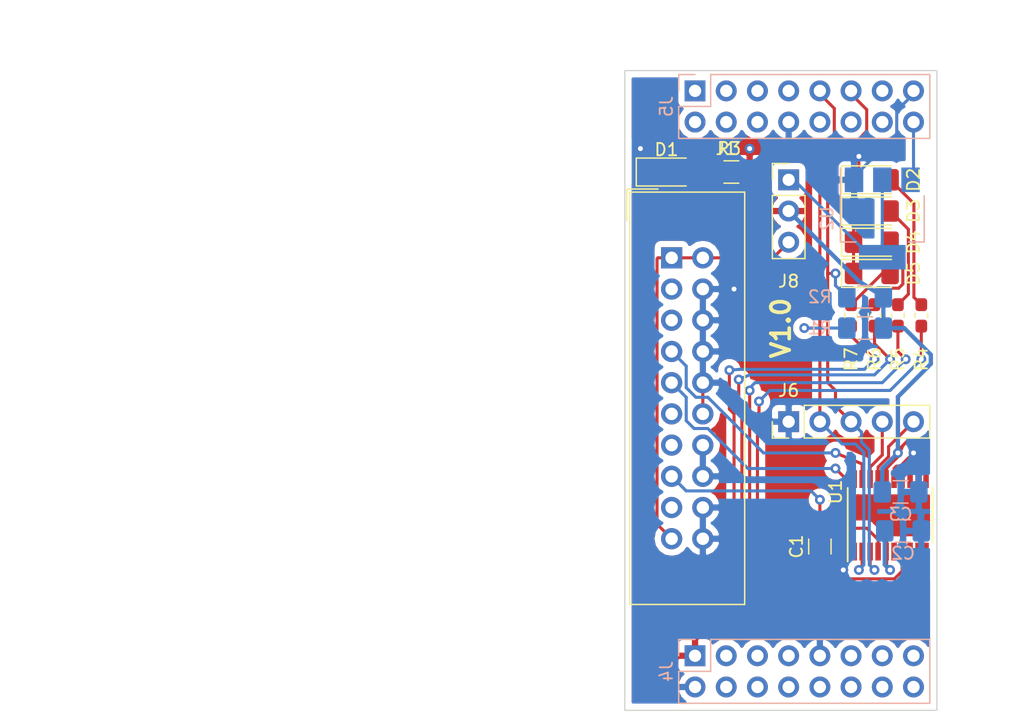
<source format=kicad_pcb>
(kicad_pcb (version 20171130) (host pcbnew "(5.0.0)")

  (general
    (thickness 1.6)
    (drawings 13)
    (tracks 231)
    (zones 0)
    (modules 22)
    (nets 56)
  )

  (page A4)
  (layers
    (0 F.Cu signal)
    (31 B.Cu signal)
    (32 B.Adhes user)
    (33 F.Adhes user)
    (34 B.Paste user)
    (35 F.Paste user)
    (36 B.SilkS user)
    (37 F.SilkS user)
    (38 B.Mask user)
    (39 F.Mask user)
    (40 Dwgs.User user)
    (41 Cmts.User user)
    (42 Eco1.User user)
    (43 Eco2.User user)
    (44 Edge.Cuts user)
    (45 Margin user)
    (46 B.CrtYd user)
    (47 F.CrtYd user)
    (48 B.Fab user hide)
    (49 F.Fab user hide)
  )

  (setup
    (last_trace_width 0.25)
    (trace_clearance 0.2)
    (zone_clearance 0.508)
    (zone_45_only no)
    (trace_min 0.2)
    (segment_width 0.1)
    (edge_width 0.1)
    (via_size 0.8)
    (via_drill 0.4)
    (via_min_size 0.4)
    (via_min_drill 0.3)
    (uvia_size 0.3)
    (uvia_drill 0.1)
    (uvias_allowed no)
    (uvia_min_size 0.2)
    (uvia_min_drill 0.1)
    (pcb_text_width 0.3)
    (pcb_text_size 1.5 1.5)
    (mod_edge_width 0.15)
    (mod_text_size 1 1)
    (mod_text_width 0.15)
    (pad_size 1.5 1.5)
    (pad_drill 0.6)
    (pad_to_mask_clearance 0)
    (aux_axis_origin 0 0)
    (visible_elements 7FFFFFFF)
    (pcbplotparams
      (layerselection 0x010fc_ffffffff)
      (usegerberextensions false)
      (usegerberattributes false)
      (usegerberadvancedattributes false)
      (creategerberjobfile false)
      (excludeedgelayer true)
      (linewidth 0.100000)
      (plotframeref false)
      (viasonmask false)
      (mode 1)
      (useauxorigin false)
      (hpglpennumber 1)
      (hpglpenspeed 20)
      (hpglpendiameter 15.000000)
      (psnegative false)
      (psa4output false)
      (plotreference true)
      (plotvalue true)
      (plotinvisibletext false)
      (padsonsilk false)
      (subtractmaskfromsilk false)
      (outputformat 1)
      (mirror false)
      (drillshape 1)
      (scaleselection 1)
      (outputdirectory ""))
  )

  (net 0 "")
  (net 1 NRST)
  (net 2 GND)
  (net 3 +3V3)
  (net 4 SWDIO)
  (net 5 SWCLK)
  (net 6 "Net-(J1-Pad11)")
  (net 7 "Net-(J1-Pad17)")
  (net 8 +5V)
  (net 9 "Net-(U1-Pad11)")
  (net 10 "Net-(U1-Pad12)")
  (net 11 "Net-(U1-Pad13)")
  (net 12 "Net-(U1-Pad14)")
  (net 13 USART1_TX)
  (net 14 USART1_RX)
  (net 15 ADC_IN0)
  (net 16 F1)
  (net 17 F3)
  (net 18 F4)
  (net 19 F5)
  (net 20 F6)
  (net 21 F7)
  (net 22 F8)
  (net 23 F9)
  (net 24 F10)
  (net 25 F11)
  (net 26 C11)
  (net 27 C10)
  (net 28 C8)
  (net 29 C6)
  (net 30 C5)
  (net 31 C4)
  (net 32 C3)
  (net 33 C2)
  (net 34 C1)
  (net 35 C0)
  (net 36 JTAG_TDI)
  (net 37 JTAG_TDO)
  (net 38 JTAG_TRST)
  (net 39 "Net-(D3-Pad2)")
  (net 40 "Net-(D4-Pad2)")
  (net 41 "Net-(D5-Pad2)")
  (net 42 "Net-(D1-Pad2)")
  (net 43 "Net-(D2-Pad2)")
  (net 44 BOARD_3V3)
  (net 45 STLINK_3V3)
  (net 46 F0)
  (net 47 F2)
  (net 48 "Net-(J5-Pad7)")
  (net 49 "Net-(J4-Pad10)")
  (net 50 I2C1_SDA)
  (net 51 I2C1_SCL)
  (net 52 LED_DBUG1)
  (net 53 LED_DBUG2)
  (net 54 LED_DBUG3)
  (net 55 LED_DBUG4)

  (net_class Default "This is the default net class."
    (clearance 0.2)
    (trace_width 0.25)
    (via_dia 0.8)
    (via_drill 0.4)
    (uvia_dia 0.3)
    (uvia_drill 0.1)
    (add_net ADC_IN0)
    (add_net BOARD_3V3)
    (add_net C0)
    (add_net C1)
    (add_net C10)
    (add_net C11)
    (add_net C2)
    (add_net C3)
    (add_net C4)
    (add_net C5)
    (add_net C6)
    (add_net C8)
    (add_net F0)
    (add_net F1)
    (add_net F10)
    (add_net F11)
    (add_net F2)
    (add_net F3)
    (add_net F4)
    (add_net F5)
    (add_net F6)
    (add_net F7)
    (add_net F8)
    (add_net F9)
    (add_net GND)
    (add_net I2C1_SCL)
    (add_net I2C1_SDA)
    (add_net JTAG_TDI)
    (add_net JTAG_TDO)
    (add_net JTAG_TRST)
    (add_net LED_DBUG1)
    (add_net LED_DBUG2)
    (add_net LED_DBUG3)
    (add_net LED_DBUG4)
    (add_net NRST)
    (add_net "Net-(D1-Pad2)")
    (add_net "Net-(D2-Pad2)")
    (add_net "Net-(D3-Pad2)")
    (add_net "Net-(D4-Pad2)")
    (add_net "Net-(D5-Pad2)")
    (add_net "Net-(J1-Pad11)")
    (add_net "Net-(J1-Pad17)")
    (add_net "Net-(J4-Pad10)")
    (add_net "Net-(J5-Pad7)")
    (add_net "Net-(U1-Pad11)")
    (add_net "Net-(U1-Pad12)")
    (add_net "Net-(U1-Pad13)")
    (add_net "Net-(U1-Pad14)")
    (add_net STLINK_3V3)
    (add_net SWCLK)
    (add_net SWDIO)
    (add_net USART1_RX)
    (add_net USART1_TX)
  )

  (net_class power ""
    (clearance 0.2)
    (trace_width 0.35)
    (via_dia 0.8)
    (via_drill 0.4)
    (uvia_dia 0.3)
    (uvia_drill 0.1)
    (add_net +3V3)
  )

  (net_class power5v ""
    (clearance 0.2)
    (trace_width 0.4)
    (via_dia 0.8)
    (via_drill 0.4)
    (uvia_dia 0.3)
    (uvia_drill 0.1)
    (add_net +5V)
  )

  (module Connector_IDC:IDC-Header_2x10_P2.54mm_Vertical (layer F.Cu) (tedit 59DE0251) (tstamp 5B6EE6A1)
    (at 78.74 46.355)
    (descr "Through hole straight IDC box header, 2x10, 2.54mm pitch, double rows")
    (tags "Through hole IDC box header THT 2x10 2.54mm double row")
    (path /5B61CEB8)
    (fp_text reference J1 (at 4.445 -8.89) (layer F.SilkS)
      (effects (font (size 1 1) (thickness 0.15)))
    )
    (fp_text value Conn_02x10_Odd_Even (at 1.27 29.464) (layer F.Fab)
      (effects (font (size 1 1) (thickness 0.15)))
    )
    (fp_line (start -3.655 -5.6) (end -1.115 -5.6) (layer F.SilkS) (width 0.12))
    (fp_line (start -3.655 -5.6) (end -3.655 -3.06) (layer F.SilkS) (width 0.12))
    (fp_line (start -3.405 -5.35) (end 5.945 -5.35) (layer F.SilkS) (width 0.12))
    (fp_line (start -3.405 28.21) (end -3.405 -5.35) (layer F.SilkS) (width 0.12))
    (fp_line (start 5.945 28.21) (end -3.405 28.21) (layer F.SilkS) (width 0.12))
    (fp_line (start 5.945 -5.35) (end 5.945 28.21) (layer F.SilkS) (width 0.12))
    (fp_line (start -3.41 -5.35) (end 5.95 -5.35) (layer F.CrtYd) (width 0.05))
    (fp_line (start -3.41 28.21) (end -3.41 -5.35) (layer F.CrtYd) (width 0.05))
    (fp_line (start 5.95 28.21) (end -3.41 28.21) (layer F.CrtYd) (width 0.05))
    (fp_line (start 5.95 -5.35) (end 5.95 28.21) (layer F.CrtYd) (width 0.05))
    (fp_line (start -3.155 27.96) (end -2.605 27.4) (layer F.Fab) (width 0.1))
    (fp_line (start -3.155 -5.1) (end -2.605 -4.56) (layer F.Fab) (width 0.1))
    (fp_line (start 5.695 27.96) (end 5.145 27.4) (layer F.Fab) (width 0.1))
    (fp_line (start 5.695 -5.1) (end 5.145 -4.56) (layer F.Fab) (width 0.1))
    (fp_line (start 5.145 27.4) (end -2.605 27.4) (layer F.Fab) (width 0.1))
    (fp_line (start 5.695 27.96) (end -3.155 27.96) (layer F.Fab) (width 0.1))
    (fp_line (start 5.145 -4.56) (end -2.605 -4.56) (layer F.Fab) (width 0.1))
    (fp_line (start 5.695 -5.1) (end -3.155 -5.1) (layer F.Fab) (width 0.1))
    (fp_line (start -2.605 13.68) (end -3.155 13.68) (layer F.Fab) (width 0.1))
    (fp_line (start -2.605 9.18) (end -3.155 9.18) (layer F.Fab) (width 0.1))
    (fp_line (start -2.605 13.68) (end -2.605 27.4) (layer F.Fab) (width 0.1))
    (fp_line (start -2.605 -4.56) (end -2.605 9.18) (layer F.Fab) (width 0.1))
    (fp_line (start -3.155 -5.1) (end -3.155 27.96) (layer F.Fab) (width 0.1))
    (fp_line (start 5.145 -4.56) (end 5.145 27.4) (layer F.Fab) (width 0.1))
    (fp_line (start 5.695 -5.1) (end 5.695 27.96) (layer F.Fab) (width 0.1))
    (fp_text user %R (at 1.27 11.43) (layer F.Fab)
      (effects (font (size 1 1) (thickness 0.15)))
    )
    (pad 20 thru_hole oval (at 2.54 22.86) (size 1.7272 1.7272) (drill 1.016) (layers *.Cu *.Mask)
      (net 2 GND))
    (pad 19 thru_hole oval (at 0 22.86) (size 1.7272 1.7272) (drill 1.016) (layers *.Cu *.Mask)
      (net 45 STLINK_3V3))
    (pad 18 thru_hole oval (at 2.54 20.32) (size 1.7272 1.7272) (drill 1.016) (layers *.Cu *.Mask)
      (net 2 GND))
    (pad 17 thru_hole oval (at 0 20.32) (size 1.7272 1.7272) (drill 1.016) (layers *.Cu *.Mask)
      (net 7 "Net-(J1-Pad17)"))
    (pad 16 thru_hole oval (at 2.54 17.78) (size 1.7272 1.7272) (drill 1.016) (layers *.Cu *.Mask)
      (net 2 GND))
    (pad 15 thru_hole oval (at 0 17.78) (size 1.7272 1.7272) (drill 1.016) (layers *.Cu *.Mask)
      (net 1 NRST))
    (pad 14 thru_hole oval (at 2.54 15.24) (size 1.7272 1.7272) (drill 1.016) (layers *.Cu *.Mask)
      (net 2 GND))
    (pad 13 thru_hole oval (at 0 15.24) (size 1.7272 1.7272) (drill 1.016) (layers *.Cu *.Mask)
      (net 36 JTAG_TDI))
    (pad 12 thru_hole oval (at 2.54 12.7) (size 1.7272 1.7272) (drill 1.016) (layers *.Cu *.Mask)
      (net 2 GND))
    (pad 11 thru_hole oval (at 0 12.7) (size 1.7272 1.7272) (drill 1.016) (layers *.Cu *.Mask)
      (net 6 "Net-(J1-Pad11)"))
    (pad 10 thru_hole oval (at 2.54 10.16) (size 1.7272 1.7272) (drill 1.016) (layers *.Cu *.Mask)
      (net 2 GND))
    (pad 9 thru_hole oval (at 0 10.16) (size 1.7272 1.7272) (drill 1.016) (layers *.Cu *.Mask)
      (net 5 SWCLK))
    (pad 8 thru_hole oval (at 2.54 7.62) (size 1.7272 1.7272) (drill 1.016) (layers *.Cu *.Mask)
      (net 2 GND))
    (pad 7 thru_hole oval (at 0 7.62) (size 1.7272 1.7272) (drill 1.016) (layers *.Cu *.Mask)
      (net 4 SWDIO))
    (pad 6 thru_hole oval (at 2.54 5.08) (size 1.7272 1.7272) (drill 1.016) (layers *.Cu *.Mask)
      (net 2 GND))
    (pad 5 thru_hole oval (at 0 5.08) (size 1.7272 1.7272) (drill 1.016) (layers *.Cu *.Mask)
      (net 37 JTAG_TDO))
    (pad 4 thru_hole oval (at 2.54 2.54) (size 1.7272 1.7272) (drill 1.016) (layers *.Cu *.Mask)
      (net 2 GND))
    (pad 3 thru_hole oval (at 0 2.54) (size 1.7272 1.7272) (drill 1.016) (layers *.Cu *.Mask)
      (net 38 JTAG_TRST))
    (pad 2 thru_hole oval (at 2.54 0) (size 1.7272 1.7272) (drill 1.016) (layers *.Cu *.Mask)
      (net 45 STLINK_3V3))
    (pad 1 thru_hole rect (at 0 0) (size 1.7272 1.7272) (drill 1.016) (layers *.Cu *.Mask)
      (net 45 STLINK_3V3))
    (model ${KISYS3DMOD}/Connector_IDC.3dshapes/IDC-Header_2x10_P2.54mm_Vertical.wrl
      (at (xyz 0 0 0))
      (scale (xyz 1 1 1))
      (rotate (xyz 0 0 0))
    )
  )

  (module Resistor_SMD:R_0603_1608Metric_Pad1.05x0.95mm_HandSolder (layer F.Cu) (tedit 5B301BBD) (tstamp 5B800D8C)
    (at 95.25 51.04 90)
    (descr "Resistor SMD 0603 (1608 Metric), square (rectangular) end terminal, IPC_7351 nominal with elongated pad for handsoldering. (Body size source: http://www.tortai-tech.com/upload/download/2011102023233369053.pdf), generated with kicad-footprint-generator")
    (tags "resistor handsolder")
    (path /5B67EFFF)
    (attr smd)
    (fp_text reference R6 (at -3.57 0 90) (layer F.SilkS)
      (effects (font (size 1 1) (thickness 0.15)))
    )
    (fp_text value 50 (at 0 1.43 90) (layer F.Fab)
      (effects (font (size 1 1) (thickness 0.15)))
    )
    (fp_text user %R (at 0 0 90) (layer F.Fab)
      (effects (font (size 0.4 0.4) (thickness 0.06)))
    )
    (fp_line (start 1.65 0.73) (end -1.65 0.73) (layer F.CrtYd) (width 0.05))
    (fp_line (start 1.65 -0.73) (end 1.65 0.73) (layer F.CrtYd) (width 0.05))
    (fp_line (start -1.65 -0.73) (end 1.65 -0.73) (layer F.CrtYd) (width 0.05))
    (fp_line (start -1.65 0.73) (end -1.65 -0.73) (layer F.CrtYd) (width 0.05))
    (fp_line (start -0.171267 0.51) (end 0.171267 0.51) (layer F.SilkS) (width 0.12))
    (fp_line (start -0.171267 -0.51) (end 0.171267 -0.51) (layer F.SilkS) (width 0.12))
    (fp_line (start 0.8 0.4) (end -0.8 0.4) (layer F.Fab) (width 0.1))
    (fp_line (start 0.8 -0.4) (end 0.8 0.4) (layer F.Fab) (width 0.1))
    (fp_line (start -0.8 -0.4) (end 0.8 -0.4) (layer F.Fab) (width 0.1))
    (fp_line (start -0.8 0.4) (end -0.8 -0.4) (layer F.Fab) (width 0.1))
    (pad 2 smd roundrect (at 0.875 0 90) (size 1.05 0.95) (layers F.Cu F.Paste F.Mask) (roundrect_rratio 0.25)
      (net 40 "Net-(D4-Pad2)"))
    (pad 1 smd roundrect (at -0.875 0 90) (size 1.05 0.95) (layers F.Cu F.Paste F.Mask) (roundrect_rratio 0.25)
      (net 53 LED_DBUG2))
    (model ${KISYS3DMOD}/Resistor_SMD.3dshapes/R_0603_1608Metric.wrl
      (at (xyz 0 0 0))
      (scale (xyz 1 1 1))
      (rotate (xyz 0 0 0))
    )
  )

  (module Resistor_SMD:R_0603_1608Metric_Pad1.05x0.95mm_HandSolder (layer F.Cu) (tedit 5B301BBD) (tstamp 5B800D7C)
    (at 97.155 51.04 90)
    (descr "Resistor SMD 0603 (1608 Metric), square (rectangular) end terminal, IPC_7351 nominal with elongated pad for handsoldering. (Body size source: http://www.tortai-tech.com/upload/download/2011102023233369053.pdf), generated with kicad-footprint-generator")
    (tags "resistor handsolder")
    (path /5B67EFB9)
    (attr smd)
    (fp_text reference R5 (at -3.57 0 90) (layer F.SilkS)
      (effects (font (size 1 1) (thickness 0.15)))
    )
    (fp_text value 50 (at 0 1.43 90) (layer F.Fab)
      (effects (font (size 1 1) (thickness 0.15)))
    )
    (fp_line (start -0.8 0.4) (end -0.8 -0.4) (layer F.Fab) (width 0.1))
    (fp_line (start -0.8 -0.4) (end 0.8 -0.4) (layer F.Fab) (width 0.1))
    (fp_line (start 0.8 -0.4) (end 0.8 0.4) (layer F.Fab) (width 0.1))
    (fp_line (start 0.8 0.4) (end -0.8 0.4) (layer F.Fab) (width 0.1))
    (fp_line (start -0.171267 -0.51) (end 0.171267 -0.51) (layer F.SilkS) (width 0.12))
    (fp_line (start -0.171267 0.51) (end 0.171267 0.51) (layer F.SilkS) (width 0.12))
    (fp_line (start -1.65 0.73) (end -1.65 -0.73) (layer F.CrtYd) (width 0.05))
    (fp_line (start -1.65 -0.73) (end 1.65 -0.73) (layer F.CrtYd) (width 0.05))
    (fp_line (start 1.65 -0.73) (end 1.65 0.73) (layer F.CrtYd) (width 0.05))
    (fp_line (start 1.65 0.73) (end -1.65 0.73) (layer F.CrtYd) (width 0.05))
    (fp_text user %R (at 0 0 90) (layer F.Fab)
      (effects (font (size 0.4 0.4) (thickness 0.06)))
    )
    (pad 1 smd roundrect (at -0.875 0 90) (size 1.05 0.95) (layers F.Cu F.Paste F.Mask) (roundrect_rratio 0.25)
      (net 54 LED_DBUG3))
    (pad 2 smd roundrect (at 0.875 0 90) (size 1.05 0.95) (layers F.Cu F.Paste F.Mask) (roundrect_rratio 0.25)
      (net 39 "Net-(D3-Pad2)"))
    (model ${KISYS3DMOD}/Resistor_SMD.3dshapes/R_0603_1608Metric.wrl
      (at (xyz 0 0 0))
      (scale (xyz 1 1 1))
      (rotate (xyz 0 0 0))
    )
  )

  (module Resistor_SMD:R_0603_1608Metric_Pad1.05x0.95mm_HandSolder (layer F.Cu) (tedit 5B301BBD) (tstamp 5B800D6C)
    (at 99.06 51.04 90)
    (descr "Resistor SMD 0603 (1608 Metric), square (rectangular) end terminal, IPC_7351 nominal with elongated pad for handsoldering. (Body size source: http://www.tortai-tech.com/upload/download/2011102023233369053.pdf), generated with kicad-footprint-generator")
    (tags "resistor handsolder")
    (path /5B676B30)
    (attr smd)
    (fp_text reference R4 (at -3.57 0 90) (layer F.SilkS)
      (effects (font (size 1 1) (thickness 0.15)))
    )
    (fp_text value 50 (at 0 1.43 90) (layer F.Fab)
      (effects (font (size 1 1) (thickness 0.15)))
    )
    (fp_text user %R (at 0 0 90) (layer F.Fab)
      (effects (font (size 0.4 0.4) (thickness 0.06)))
    )
    (fp_line (start 1.65 0.73) (end -1.65 0.73) (layer F.CrtYd) (width 0.05))
    (fp_line (start 1.65 -0.73) (end 1.65 0.73) (layer F.CrtYd) (width 0.05))
    (fp_line (start -1.65 -0.73) (end 1.65 -0.73) (layer F.CrtYd) (width 0.05))
    (fp_line (start -1.65 0.73) (end -1.65 -0.73) (layer F.CrtYd) (width 0.05))
    (fp_line (start -0.171267 0.51) (end 0.171267 0.51) (layer F.SilkS) (width 0.12))
    (fp_line (start -0.171267 -0.51) (end 0.171267 -0.51) (layer F.SilkS) (width 0.12))
    (fp_line (start 0.8 0.4) (end -0.8 0.4) (layer F.Fab) (width 0.1))
    (fp_line (start 0.8 -0.4) (end 0.8 0.4) (layer F.Fab) (width 0.1))
    (fp_line (start -0.8 -0.4) (end 0.8 -0.4) (layer F.Fab) (width 0.1))
    (fp_line (start -0.8 0.4) (end -0.8 -0.4) (layer F.Fab) (width 0.1))
    (pad 2 smd roundrect (at 0.875 0 90) (size 1.05 0.95) (layers F.Cu F.Paste F.Mask) (roundrect_rratio 0.25)
      (net 43 "Net-(D2-Pad2)"))
    (pad 1 smd roundrect (at -0.875 0 90) (size 1.05 0.95) (layers F.Cu F.Paste F.Mask) (roundrect_rratio 0.25)
      (net 55 LED_DBUG4))
    (model ${KISYS3DMOD}/Resistor_SMD.3dshapes/R_0603_1608Metric.wrl
      (at (xyz 0 0 0))
      (scale (xyz 1 1 1))
      (rotate (xyz 0 0 0))
    )
  )

  (module Resistor_SMD:R_0603_1608Metric_Pad1.05x0.95mm_HandSolder (layer F.Cu) (tedit 5B301BBD) (tstamp 5B800D5C)
    (at 93.345 51.04 90)
    (descr "Resistor SMD 0603 (1608 Metric), square (rectangular) end terminal, IPC_7351 nominal with elongated pad for handsoldering. (Body size source: http://www.tortai-tech.com/upload/download/2011102023233369053.pdf), generated with kicad-footprint-generator")
    (tags "resistor handsolder")
    (path /5B67F047)
    (attr smd)
    (fp_text reference R7 (at -3.57 0 90) (layer F.SilkS)
      (effects (font (size 1 1) (thickness 0.15)))
    )
    (fp_text value 50 (at 0 1.43 90) (layer F.Fab)
      (effects (font (size 1 1) (thickness 0.15)))
    )
    (fp_line (start -0.8 0.4) (end -0.8 -0.4) (layer F.Fab) (width 0.1))
    (fp_line (start -0.8 -0.4) (end 0.8 -0.4) (layer F.Fab) (width 0.1))
    (fp_line (start 0.8 -0.4) (end 0.8 0.4) (layer F.Fab) (width 0.1))
    (fp_line (start 0.8 0.4) (end -0.8 0.4) (layer F.Fab) (width 0.1))
    (fp_line (start -0.171267 -0.51) (end 0.171267 -0.51) (layer F.SilkS) (width 0.12))
    (fp_line (start -0.171267 0.51) (end 0.171267 0.51) (layer F.SilkS) (width 0.12))
    (fp_line (start -1.65 0.73) (end -1.65 -0.73) (layer F.CrtYd) (width 0.05))
    (fp_line (start -1.65 -0.73) (end 1.65 -0.73) (layer F.CrtYd) (width 0.05))
    (fp_line (start 1.65 -0.73) (end 1.65 0.73) (layer F.CrtYd) (width 0.05))
    (fp_line (start 1.65 0.73) (end -1.65 0.73) (layer F.CrtYd) (width 0.05))
    (fp_text user %R (at 0 0 90) (layer F.Fab)
      (effects (font (size 0.4 0.4) (thickness 0.06)))
    )
    (pad 1 smd roundrect (at -0.875 0 90) (size 1.05 0.95) (layers F.Cu F.Paste F.Mask) (roundrect_rratio 0.25)
      (net 52 LED_DBUG1))
    (pad 2 smd roundrect (at 0.875 0 90) (size 1.05 0.95) (layers F.Cu F.Paste F.Mask) (roundrect_rratio 0.25)
      (net 41 "Net-(D5-Pad2)"))
    (model ${KISYS3DMOD}/Resistor_SMD.3dshapes/R_0603_1608Metric.wrl
      (at (xyz 0 0 0))
      (scale (xyz 1 1 1))
      (rotate (xyz 0 0 0))
    )
  )

  (module Resistor_SMD:R_1206_3216Metric_Pad1.42x1.75mm_HandSolder (layer B.Cu) (tedit 5B301BBD) (tstamp 5B673BAB)
    (at 94.485 52.07 180)
    (descr "Resistor SMD 1206 (3216 Metric), square (rectangular) end terminal, IPC_7351 nominal with elongated pad for handsoldering. (Body size source: http://www.tortai-tech.com/upload/download/2011102023233369053.pdf), generated with kicad-footprint-generator")
    (tags "resistor handsolder")
    (path /5B61FDAE)
    (attr smd)
    (fp_text reference R1 (at 3.68 0 180) (layer B.SilkS)
      (effects (font (size 1 1) (thickness 0.15)) (justify mirror))
    )
    (fp_text value 4.7k (at 0 -1.82 180) (layer B.Fab)
      (effects (font (size 1 1) (thickness 0.15)) (justify mirror))
    )
    (fp_text user %R (at 3.045 0 270) (layer B.Fab)
      (effects (font (size 0.8 0.8) (thickness 0.12)) (justify mirror))
    )
    (fp_line (start 2.45 -1.12) (end -2.45 -1.12) (layer B.CrtYd) (width 0.05))
    (fp_line (start 2.45 1.12) (end 2.45 -1.12) (layer B.CrtYd) (width 0.05))
    (fp_line (start -2.45 1.12) (end 2.45 1.12) (layer B.CrtYd) (width 0.05))
    (fp_line (start -2.45 -1.12) (end -2.45 1.12) (layer B.CrtYd) (width 0.05))
    (fp_line (start -0.602064 -0.91) (end 0.602064 -0.91) (layer B.SilkS) (width 0.12))
    (fp_line (start -0.602064 0.91) (end 0.602064 0.91) (layer B.SilkS) (width 0.12))
    (fp_line (start 1.6 -0.8) (end -1.6 -0.8) (layer B.Fab) (width 0.1))
    (fp_line (start 1.6 0.8) (end 1.6 -0.8) (layer B.Fab) (width 0.1))
    (fp_line (start -1.6 0.8) (end 1.6 0.8) (layer B.Fab) (width 0.1))
    (fp_line (start -1.6 -0.8) (end -1.6 0.8) (layer B.Fab) (width 0.1))
    (pad 2 smd roundrect (at 1.4875 0 180) (size 1.425 1.75) (layers B.Cu B.Paste B.Mask) (roundrect_rratio 0.175439)
      (net 50 I2C1_SDA))
    (pad 1 smd roundrect (at -1.4875 0 180) (size 1.425 1.75) (layers B.Cu B.Paste B.Mask) (roundrect_rratio 0.175439)
      (net 3 +3V3))
    (model ${KISYS3DMOD}/Resistor_SMD.3dshapes/R_1206_3216Metric.wrl
      (at (xyz 0 0 0))
      (scale (xyz 1 1 1))
      (rotate (xyz 0 0 0))
    )
  )

  (module Resistor_SMD:R_1206_3216Metric_Pad1.42x1.75mm_HandSolder (layer B.Cu) (tedit 5B301BBD) (tstamp 5B80610A)
    (at 94.485 49.53 180)
    (descr "Resistor SMD 1206 (3216 Metric), square (rectangular) end terminal, IPC_7351 nominal with elongated pad for handsoldering. (Body size source: http://www.tortai-tech.com/upload/download/2011102023233369053.pdf), generated with kicad-footprint-generator")
    (tags "resistor handsolder")
    (path /5B61FEE2)
    (attr smd)
    (fp_text reference R2 (at 3.68 0 180) (layer B.SilkS)
      (effects (font (size 1 1) (thickness 0.15)) (justify mirror))
    )
    (fp_text value 4.7k (at 0 -1.82 180) (layer B.Fab)
      (effects (font (size 1 1) (thickness 0.15)) (justify mirror))
    )
    (fp_line (start -1.6 -0.8) (end -1.6 0.8) (layer B.Fab) (width 0.1))
    (fp_line (start -1.6 0.8) (end 1.6 0.8) (layer B.Fab) (width 0.1))
    (fp_line (start 1.6 0.8) (end 1.6 -0.8) (layer B.Fab) (width 0.1))
    (fp_line (start 1.6 -0.8) (end -1.6 -0.8) (layer B.Fab) (width 0.1))
    (fp_line (start -0.602064 0.91) (end 0.602064 0.91) (layer B.SilkS) (width 0.12))
    (fp_line (start -0.602064 -0.91) (end 0.602064 -0.91) (layer B.SilkS) (width 0.12))
    (fp_line (start -2.45 -1.12) (end -2.45 1.12) (layer B.CrtYd) (width 0.05))
    (fp_line (start -2.45 1.12) (end 2.45 1.12) (layer B.CrtYd) (width 0.05))
    (fp_line (start 2.45 1.12) (end 2.45 -1.12) (layer B.CrtYd) (width 0.05))
    (fp_line (start 2.45 -1.12) (end -2.45 -1.12) (layer B.CrtYd) (width 0.05))
    (fp_text user %R (at 3.045 0 90) (layer B.Fab)
      (effects (font (size 0.8 0.8) (thickness 0.12)) (justify mirror))
    )
    (pad 1 smd roundrect (at -1.4875 0 180) (size 1.425 1.75) (layers B.Cu B.Paste B.Mask) (roundrect_rratio 0.175439)
      (net 3 +3V3))
    (pad 2 smd roundrect (at 1.4875 0 180) (size 1.425 1.75) (layers B.Cu B.Paste B.Mask) (roundrect_rratio 0.175439)
      (net 51 I2C1_SCL))
    (model ${KISYS3DMOD}/Resistor_SMD.3dshapes/R_1206_3216Metric.wrl
      (at (xyz 0 0 0))
      (scale (xyz 1 1 1))
      (rotate (xyz 0 0 0))
    )
  )

  (module Connector_PinHeader_2.54mm:PinHeader_1x03_P2.54mm_Vertical (layer F.Cu) (tedit 59FED5CC) (tstamp 5B969FB1)
    (at 88.265 40.005)
    (descr "Through hole straight pin header, 1x03, 2.54mm pitch, single row")
    (tags "Through hole pin header THT 1x03 2.54mm single row")
    (path /5B6B3C4E)
    (fp_text reference J8 (at 0 8.255) (layer F.SilkS)
      (effects (font (size 1 1) (thickness 0.15)))
    )
    (fp_text value Conn_01x03_Male (at 0 7.41) (layer F.Fab)
      (effects (font (size 1 1) (thickness 0.15)))
    )
    (fp_line (start -0.635 -1.27) (end 1.27 -1.27) (layer F.Fab) (width 0.1))
    (fp_line (start 1.27 -1.27) (end 1.27 6.35) (layer F.Fab) (width 0.1))
    (fp_line (start 1.27 6.35) (end -1.27 6.35) (layer F.Fab) (width 0.1))
    (fp_line (start -1.27 6.35) (end -1.27 -0.635) (layer F.Fab) (width 0.1))
    (fp_line (start -1.27 -0.635) (end -0.635 -1.27) (layer F.Fab) (width 0.1))
    (fp_line (start -1.33 6.41) (end 1.33 6.41) (layer F.SilkS) (width 0.12))
    (fp_line (start -1.33 1.27) (end -1.33 6.41) (layer F.SilkS) (width 0.12))
    (fp_line (start 1.33 1.27) (end 1.33 6.41) (layer F.SilkS) (width 0.12))
    (fp_line (start -1.33 1.27) (end 1.33 1.27) (layer F.SilkS) (width 0.12))
    (fp_line (start -1.33 0) (end -1.33 -1.33) (layer F.SilkS) (width 0.12))
    (fp_line (start -1.33 -1.33) (end 0 -1.33) (layer F.SilkS) (width 0.12))
    (fp_line (start -1.8 -1.8) (end -1.8 6.85) (layer F.CrtYd) (width 0.05))
    (fp_line (start -1.8 6.85) (end 1.8 6.85) (layer F.CrtYd) (width 0.05))
    (fp_line (start 1.8 6.85) (end 1.8 -1.8) (layer F.CrtYd) (width 0.05))
    (fp_line (start 1.8 -1.8) (end -1.8 -1.8) (layer F.CrtYd) (width 0.05))
    (fp_text user %R (at 0 2.54 90) (layer F.Fab)
      (effects (font (size 1 1) (thickness 0.15)))
    )
    (pad 1 thru_hole rect (at 0 0) (size 1.7 1.7) (drill 1) (layers *.Cu *.Mask)
      (net 44 BOARD_3V3))
    (pad 2 thru_hole oval (at 0 2.54) (size 1.7 1.7) (drill 1) (layers *.Cu *.Mask)
      (net 3 +3V3))
    (pad 3 thru_hole oval (at 0 5.08) (size 1.7 1.7) (drill 1) (layers *.Cu *.Mask)
      (net 45 STLINK_3V3))
    (model ${KISYS3DMOD}/Connector_PinHeader_2.54mm.3dshapes/PinHeader_1x03_P2.54mm_Vertical.wrl
      (at (xyz 0 0 0))
      (scale (xyz 1 1 1))
      (rotate (xyz 0 0 0))
    )
  )

  (module LED_SMD:LED_1206_3216Metric_Pad1.42x1.75mm_HandSolder (layer F.Cu) (tedit 5B4B45C9) (tstamp 5B969E31)
    (at 95.0325 40.005)
    (descr "LED SMD 1206 (3216 Metric), square (rectangular) end terminal, IPC_7351 nominal, (Body size source: http://www.tortai-tech.com/upload/download/2011102023233369053.pdf), generated with kicad-footprint-generator")
    (tags "LED handsolder")
    (path /5B694BB9)
    (attr smd)
    (fp_text reference D2 (at 3.3925 0 90) (layer F.SilkS)
      (effects (font (size 1 1) (thickness 0.15)))
    )
    (fp_text value LED (at 0 1.82) (layer F.Fab)
      (effects (font (size 1 1) (thickness 0.15)))
    )
    (fp_line (start 1.6 -0.8) (end -1.2 -0.8) (layer F.Fab) (width 0.1))
    (fp_line (start -1.2 -0.8) (end -1.6 -0.4) (layer F.Fab) (width 0.1))
    (fp_line (start -1.6 -0.4) (end -1.6 0.8) (layer F.Fab) (width 0.1))
    (fp_line (start -1.6 0.8) (end 1.6 0.8) (layer F.Fab) (width 0.1))
    (fp_line (start 1.6 0.8) (end 1.6 -0.8) (layer F.Fab) (width 0.1))
    (fp_line (start 1.6 -1.135) (end -2.46 -1.135) (layer F.SilkS) (width 0.12))
    (fp_line (start -2.46 -1.135) (end -2.46 1.135) (layer F.SilkS) (width 0.12))
    (fp_line (start -2.46 1.135) (end 1.6 1.135) (layer F.SilkS) (width 0.12))
    (fp_line (start -2.45 1.12) (end -2.45 -1.12) (layer F.CrtYd) (width 0.05))
    (fp_line (start -2.45 -1.12) (end 2.45 -1.12) (layer F.CrtYd) (width 0.05))
    (fp_line (start 2.45 -1.12) (end 2.45 1.12) (layer F.CrtYd) (width 0.05))
    (fp_line (start 2.45 1.12) (end -2.45 1.12) (layer F.CrtYd) (width 0.05))
    (fp_text user %R (at 0 0) (layer F.Fab)
      (effects (font (size 0.8 0.8) (thickness 0.12)))
    )
    (pad 1 smd roundrect (at -1.4875 0) (size 1.425 1.75) (layers F.Cu F.Paste F.Mask) (roundrect_rratio 0.175439)
      (net 2 GND))
    (pad 2 smd roundrect (at 1.4875 0) (size 1.425 1.75) (layers F.Cu F.Paste F.Mask) (roundrect_rratio 0.175439)
      (net 43 "Net-(D2-Pad2)"))
    (model ${KISYS3DMOD}/LED_SMD.3dshapes/LED_1206_3216Metric.wrl
      (at (xyz 0 0 0))
      (scale (xyz 1 1 1))
      (rotate (xyz 0 0 0))
    )
  )

  (module LED_SMD:LED_1206_3216Metric_Pad1.42x1.75mm_HandSolder (layer F.Cu) (tedit 5B4B45C9) (tstamp 5B969E1E)
    (at 78.3225 39.37)
    (descr "LED SMD 1206 (3216 Metric), square (rectangular) end terminal, IPC_7351 nominal, (Body size source: http://www.tortai-tech.com/upload/download/2011102023233369053.pdf), generated with kicad-footprint-generator")
    (tags "LED handsolder")
    (path /5B6944A4)
    (attr smd)
    (fp_text reference D1 (at 0 -1.82) (layer F.SilkS)
      (effects (font (size 1 1) (thickness 0.15)))
    )
    (fp_text value LED (at 0 1.82) (layer F.Fab)
      (effects (font (size 1 1) (thickness 0.15)))
    )
    (fp_text user %R (at 0 0) (layer F.Fab)
      (effects (font (size 0.8 0.8) (thickness 0.12)))
    )
    (fp_line (start 2.45 1.12) (end -2.45 1.12) (layer F.CrtYd) (width 0.05))
    (fp_line (start 2.45 -1.12) (end 2.45 1.12) (layer F.CrtYd) (width 0.05))
    (fp_line (start -2.45 -1.12) (end 2.45 -1.12) (layer F.CrtYd) (width 0.05))
    (fp_line (start -2.45 1.12) (end -2.45 -1.12) (layer F.CrtYd) (width 0.05))
    (fp_line (start -2.46 1.135) (end 1.6 1.135) (layer F.SilkS) (width 0.12))
    (fp_line (start -2.46 -1.135) (end -2.46 1.135) (layer F.SilkS) (width 0.12))
    (fp_line (start 1.6 -1.135) (end -2.46 -1.135) (layer F.SilkS) (width 0.12))
    (fp_line (start 1.6 0.8) (end 1.6 -0.8) (layer F.Fab) (width 0.1))
    (fp_line (start -1.6 0.8) (end 1.6 0.8) (layer F.Fab) (width 0.1))
    (fp_line (start -1.6 -0.4) (end -1.6 0.8) (layer F.Fab) (width 0.1))
    (fp_line (start -1.2 -0.8) (end -1.6 -0.4) (layer F.Fab) (width 0.1))
    (fp_line (start 1.6 -0.8) (end -1.2 -0.8) (layer F.Fab) (width 0.1))
    (pad 2 smd roundrect (at 1.4875 0) (size 1.425 1.75) (layers F.Cu F.Paste F.Mask) (roundrect_rratio 0.175439)
      (net 42 "Net-(D1-Pad2)"))
    (pad 1 smd roundrect (at -1.4875 0) (size 1.425 1.75) (layers F.Cu F.Paste F.Mask) (roundrect_rratio 0.175439)
      (net 2 GND))
    (model ${KISYS3DMOD}/LED_SMD.3dshapes/LED_1206_3216Metric.wrl
      (at (xyz 0 0 0))
      (scale (xyz 1 1 1))
      (rotate (xyz 0 0 0))
    )
  )

  (module LED_SMD:LED_1206_3216Metric_Pad1.42x1.75mm_HandSolder (layer F.Cu) (tedit 5B4B45C9) (tstamp 5B969E0B)
    (at 95.0325 42.545)
    (descr "LED SMD 1206 (3216 Metric), square (rectangular) end terminal, IPC_7351 nominal, (Body size source: http://www.tortai-tech.com/upload/download/2011102023233369053.pdf), generated with kicad-footprint-generator")
    (tags "LED handsolder")
    (path /5B694D3F)
    (attr smd)
    (fp_text reference D3 (at 3.3925 0 270) (layer F.SilkS)
      (effects (font (size 1 1) (thickness 0.15)))
    )
    (fp_text value LED (at 0 1.82) (layer F.Fab)
      (effects (font (size 1 1) (thickness 0.15)))
    )
    (fp_line (start 1.6 -0.8) (end -1.2 -0.8) (layer F.Fab) (width 0.1))
    (fp_line (start -1.2 -0.8) (end -1.6 -0.4) (layer F.Fab) (width 0.1))
    (fp_line (start -1.6 -0.4) (end -1.6 0.8) (layer F.Fab) (width 0.1))
    (fp_line (start -1.6 0.8) (end 1.6 0.8) (layer F.Fab) (width 0.1))
    (fp_line (start 1.6 0.8) (end 1.6 -0.8) (layer F.Fab) (width 0.1))
    (fp_line (start 1.6 -1.135) (end -2.46 -1.135) (layer F.SilkS) (width 0.12))
    (fp_line (start -2.46 -1.135) (end -2.46 1.135) (layer F.SilkS) (width 0.12))
    (fp_line (start -2.46 1.135) (end 1.6 1.135) (layer F.SilkS) (width 0.12))
    (fp_line (start -2.45 1.12) (end -2.45 -1.12) (layer F.CrtYd) (width 0.05))
    (fp_line (start -2.45 -1.12) (end 2.45 -1.12) (layer F.CrtYd) (width 0.05))
    (fp_line (start 2.45 -1.12) (end 2.45 1.12) (layer F.CrtYd) (width 0.05))
    (fp_line (start 2.45 1.12) (end -2.45 1.12) (layer F.CrtYd) (width 0.05))
    (fp_text user %R (at 0 0) (layer F.Fab)
      (effects (font (size 0.8 0.8) (thickness 0.12)))
    )
    (pad 1 smd roundrect (at -1.4875 0) (size 1.425 1.75) (layers F.Cu F.Paste F.Mask) (roundrect_rratio 0.175439)
      (net 2 GND))
    (pad 2 smd roundrect (at 1.4875 0) (size 1.425 1.75) (layers F.Cu F.Paste F.Mask) (roundrect_rratio 0.175439)
      (net 39 "Net-(D3-Pad2)"))
    (model ${KISYS3DMOD}/LED_SMD.3dshapes/LED_1206_3216Metric.wrl
      (at (xyz 0 0 0))
      (scale (xyz 1 1 1))
      (rotate (xyz 0 0 0))
    )
  )

  (module LED_SMD:LED_1206_3216Metric_Pad1.42x1.75mm_HandSolder (layer F.Cu) (tedit 5B4B45C9) (tstamp 5B671FB0)
    (at 95.0325 47.625)
    (descr "LED SMD 1206 (3216 Metric), square (rectangular) end terminal, IPC_7351 nominal, (Body size source: http://www.tortai-tech.com/upload/download/2011102023233369053.pdf), generated with kicad-footprint-generator")
    (tags "LED handsolder")
    (path /5B694DB9)
    (attr smd)
    (fp_text reference D5 (at 3.3925 0 270) (layer F.SilkS)
      (effects (font (size 1 1) (thickness 0.15)))
    )
    (fp_text value LED (at 0 1.82) (layer F.Fab)
      (effects (font (size 1 1) (thickness 0.15)))
    )
    (fp_line (start 1.6 -0.8) (end -1.2 -0.8) (layer F.Fab) (width 0.1))
    (fp_line (start -1.2 -0.8) (end -1.6 -0.4) (layer F.Fab) (width 0.1))
    (fp_line (start -1.6 -0.4) (end -1.6 0.8) (layer F.Fab) (width 0.1))
    (fp_line (start -1.6 0.8) (end 1.6 0.8) (layer F.Fab) (width 0.1))
    (fp_line (start 1.6 0.8) (end 1.6 -0.8) (layer F.Fab) (width 0.1))
    (fp_line (start 1.6 -1.135) (end -2.46 -1.135) (layer F.SilkS) (width 0.12))
    (fp_line (start -2.46 -1.135) (end -2.46 1.135) (layer F.SilkS) (width 0.12))
    (fp_line (start -2.46 1.135) (end 1.6 1.135) (layer F.SilkS) (width 0.12))
    (fp_line (start -2.45 1.12) (end -2.45 -1.12) (layer F.CrtYd) (width 0.05))
    (fp_line (start -2.45 -1.12) (end 2.45 -1.12) (layer F.CrtYd) (width 0.05))
    (fp_line (start 2.45 -1.12) (end 2.45 1.12) (layer F.CrtYd) (width 0.05))
    (fp_line (start 2.45 1.12) (end -2.45 1.12) (layer F.CrtYd) (width 0.05))
    (fp_text user %R (at 0 0) (layer F.Fab)
      (effects (font (size 0.8 0.8) (thickness 0.12)))
    )
    (pad 1 smd roundrect (at -1.4875 0) (size 1.425 1.75) (layers F.Cu F.Paste F.Mask) (roundrect_rratio 0.175439)
      (net 2 GND))
    (pad 2 smd roundrect (at 1.4875 0) (size 1.425 1.75) (layers F.Cu F.Paste F.Mask) (roundrect_rratio 0.175439)
      (net 41 "Net-(D5-Pad2)"))
    (model ${KISYS3DMOD}/LED_SMD.3dshapes/LED_1206_3216Metric.wrl
      (at (xyz 0 0 0))
      (scale (xyz 1 1 1))
      (rotate (xyz 0 0 0))
    )
  )

  (module LED_SMD:LED_1206_3216Metric_Pad1.42x1.75mm_HandSolder (layer F.Cu) (tedit 5B4B45C9) (tstamp 5B969DE5)
    (at 95.0325 45.085)
    (descr "LED SMD 1206 (3216 Metric), square (rectangular) end terminal, IPC_7351 nominal, (Body size source: http://www.tortai-tech.com/upload/download/2011102023233369053.pdf), generated with kicad-footprint-generator")
    (tags "LED handsolder")
    (path /5B694D81)
    (attr smd)
    (fp_text reference D4 (at 3.3925 0 270) (layer F.SilkS)
      (effects (font (size 1 1) (thickness 0.15)))
    )
    (fp_text value LED (at 0 1.82) (layer F.Fab)
      (effects (font (size 1 1) (thickness 0.15)))
    )
    (fp_line (start 1.6 -0.8) (end -1.2 -0.8) (layer F.Fab) (width 0.1))
    (fp_line (start -1.2 -0.8) (end -1.6 -0.4) (layer F.Fab) (width 0.1))
    (fp_line (start -1.6 -0.4) (end -1.6 0.8) (layer F.Fab) (width 0.1))
    (fp_line (start -1.6 0.8) (end 1.6 0.8) (layer F.Fab) (width 0.1))
    (fp_line (start 1.6 0.8) (end 1.6 -0.8) (layer F.Fab) (width 0.1))
    (fp_line (start 1.6 -1.135) (end -2.46 -1.135) (layer F.SilkS) (width 0.12))
    (fp_line (start -2.46 -1.135) (end -2.46 1.135) (layer F.SilkS) (width 0.12))
    (fp_line (start -2.46 1.135) (end 1.6 1.135) (layer F.SilkS) (width 0.12))
    (fp_line (start -2.45 1.12) (end -2.45 -1.12) (layer F.CrtYd) (width 0.05))
    (fp_line (start -2.45 -1.12) (end 2.45 -1.12) (layer F.CrtYd) (width 0.05))
    (fp_line (start 2.45 -1.12) (end 2.45 1.12) (layer F.CrtYd) (width 0.05))
    (fp_line (start 2.45 1.12) (end -2.45 1.12) (layer F.CrtYd) (width 0.05))
    (fp_text user %R (at 0 0) (layer F.Fab)
      (effects (font (size 0.8 0.8) (thickness 0.12)))
    )
    (pad 1 smd roundrect (at -1.4875 0) (size 1.425 1.75) (layers F.Cu F.Paste F.Mask) (roundrect_rratio 0.175439)
      (net 2 GND))
    (pad 2 smd roundrect (at 1.4875 0) (size 1.425 1.75) (layers F.Cu F.Paste F.Mask) (roundrect_rratio 0.175439)
      (net 40 "Net-(D4-Pad2)"))
    (model ${KISYS3DMOD}/LED_SMD.3dshapes/LED_1206_3216Metric.wrl
      (at (xyz 0 0 0))
      (scale (xyz 1 1 1))
      (rotate (xyz 0 0 0))
    )
  )

  (module Resistor_SMD:R_1206_3216Metric_Pad1.42x1.75mm_HandSolder (layer F.Cu) (tedit 5B301BBD) (tstamp 5B676D60)
    (at 83.6025 39.37 180)
    (descr "Resistor SMD 1206 (3216 Metric), square (rectangular) end terminal, IPC_7351 nominal with elongated pad for handsoldering. (Body size source: http://www.tortai-tech.com/upload/download/2011102023233369053.pdf), generated with kicad-footprint-generator")
    (tags "resistor handsolder")
    (path /5B6A5107)
    (attr smd)
    (fp_text reference R3 (at 0.179999 1.905 180) (layer F.SilkS)
      (effects (font (size 1 1) (thickness 0.15)))
    )
    (fp_text value R (at 0 1.82 180) (layer F.Fab)
      (effects (font (size 1 1) (thickness 0.15)))
    )
    (fp_text user %R (at 0 0 180) (layer F.Fab)
      (effects (font (size 0.8 0.8) (thickness 0.12)))
    )
    (fp_line (start 2.45 1.12) (end -2.45 1.12) (layer F.CrtYd) (width 0.05))
    (fp_line (start 2.45 -1.12) (end 2.45 1.12) (layer F.CrtYd) (width 0.05))
    (fp_line (start -2.45 -1.12) (end 2.45 -1.12) (layer F.CrtYd) (width 0.05))
    (fp_line (start -2.45 1.12) (end -2.45 -1.12) (layer F.CrtYd) (width 0.05))
    (fp_line (start -0.602064 0.91) (end 0.602064 0.91) (layer F.SilkS) (width 0.12))
    (fp_line (start -0.602064 -0.91) (end 0.602064 -0.91) (layer F.SilkS) (width 0.12))
    (fp_line (start 1.6 0.8) (end -1.6 0.8) (layer F.Fab) (width 0.1))
    (fp_line (start 1.6 -0.8) (end 1.6 0.8) (layer F.Fab) (width 0.1))
    (fp_line (start -1.6 -0.8) (end 1.6 -0.8) (layer F.Fab) (width 0.1))
    (fp_line (start -1.6 0.8) (end -1.6 -0.8) (layer F.Fab) (width 0.1))
    (pad 2 smd roundrect (at 1.4875 0 180) (size 1.425 1.75) (layers F.Cu F.Paste F.Mask) (roundrect_rratio 0.175439)
      (net 42 "Net-(D1-Pad2)"))
    (pad 1 smd roundrect (at -1.4875 0 180) (size 1.425 1.75) (layers F.Cu F.Paste F.Mask) (roundrect_rratio 0.175439)
      (net 3 +3V3))
    (model ${KISYS3DMOD}/Resistor_SMD.3dshapes/R_1206_3216Metric.wrl
      (at (xyz 0 0 0))
      (scale (xyz 1 1 1))
      (rotate (xyz 0 0 0))
    )
  )

  (module Connector_PinHeader_2.54mm:PinHeader_1x05_P2.54mm_Vertical (layer F.Cu) (tedit 59FED5CC) (tstamp 5B8A7819)
    (at 88.265 59.69 90)
    (descr "Through hole straight pin header, 1x05, 2.54mm pitch, single row")
    (tags "Through hole pin header THT 1x05 2.54mm single row")
    (path /5B68FA70)
    (fp_text reference J6 (at 2.54 0 180) (layer F.SilkS)
      (effects (font (size 1 1) (thickness 0.15)))
    )
    (fp_text value Conn_01x05_Male (at 0 12.49 90) (layer F.Fab)
      (effects (font (size 1 1) (thickness 0.15)))
    )
    (fp_line (start -0.635 -1.27) (end 1.27 -1.27) (layer F.Fab) (width 0.1))
    (fp_line (start 1.27 -1.27) (end 1.27 11.43) (layer F.Fab) (width 0.1))
    (fp_line (start 1.27 11.43) (end -1.27 11.43) (layer F.Fab) (width 0.1))
    (fp_line (start -1.27 11.43) (end -1.27 -0.635) (layer F.Fab) (width 0.1))
    (fp_line (start -1.27 -0.635) (end -0.635 -1.27) (layer F.Fab) (width 0.1))
    (fp_line (start -1.33 11.49) (end 1.33 11.49) (layer F.SilkS) (width 0.12))
    (fp_line (start -1.33 1.27) (end -1.33 11.49) (layer F.SilkS) (width 0.12))
    (fp_line (start 1.33 1.27) (end 1.33 11.49) (layer F.SilkS) (width 0.12))
    (fp_line (start -1.33 1.27) (end 1.33 1.27) (layer F.SilkS) (width 0.12))
    (fp_line (start -1.33 0) (end -1.33 -1.33) (layer F.SilkS) (width 0.12))
    (fp_line (start -1.33 -1.33) (end 0 -1.33) (layer F.SilkS) (width 0.12))
    (fp_line (start -1.8 -1.8) (end -1.8 11.95) (layer F.CrtYd) (width 0.05))
    (fp_line (start -1.8 11.95) (end 1.8 11.95) (layer F.CrtYd) (width 0.05))
    (fp_line (start 1.8 11.95) (end 1.8 -1.8) (layer F.CrtYd) (width 0.05))
    (fp_line (start 1.8 -1.8) (end -1.8 -1.8) (layer F.CrtYd) (width 0.05))
    (fp_text user %R (at 0 5.08 180) (layer F.Fab)
      (effects (font (size 1 1) (thickness 0.15)))
    )
    (pad 1 thru_hole rect (at 0 0 90) (size 1.7 1.7) (drill 1) (layers *.Cu *.Mask)
      (net 2 GND))
    (pad 2 thru_hole oval (at 0 2.54 90) (size 1.7 1.7) (drill 1) (layers *.Cu *.Mask)
      (net 50 I2C1_SDA))
    (pad 3 thru_hole oval (at 0 5.08 90) (size 1.7 1.7) (drill 1) (layers *.Cu *.Mask)
      (net 51 I2C1_SCL))
    (pad 4 thru_hole oval (at 0 7.62 90) (size 1.7 1.7) (drill 1) (layers *.Cu *.Mask)
      (net 14 USART1_RX))
    (pad 5 thru_hole oval (at 0 10.16 90) (size 1.7 1.7) (drill 1) (layers *.Cu *.Mask)
      (net 13 USART1_TX))
    (model ${KISYS3DMOD}/Connector_PinHeader_2.54mm.3dshapes/PinHeader_1x05_P2.54mm_Vertical.wrl
      (at (xyz 0 0 0))
      (scale (xyz 1 1 1))
      (rotate (xyz 0 0 0))
    )
  )

  (module Connector_PinHeader_2.54mm:PinHeader_2x08_P2.54mm_Vertical (layer B.Cu) (tedit 59FED5CC) (tstamp 5B72390A)
    (at 80.645 32.766 270)
    (descr "Through hole straight pin header, 2x08, 2.54mm pitch, double rows")
    (tags "Through hole pin header THT 2x08 2.54mm double row")
    (path /5B65C3B3)
    (fp_text reference J5 (at 1.27 2.33 270) (layer B.SilkS)
      (effects (font (size 1 1) (thickness 0.15)) (justify mirror))
    )
    (fp_text value Conn_02x08_Odd_Even (at 1.27 -20.11 270) (layer B.Fab)
      (effects (font (size 1 1) (thickness 0.15)) (justify mirror))
    )
    (fp_text user %R (at 1.27 -8.89 180) (layer B.Fab)
      (effects (font (size 1 1) (thickness 0.15)) (justify mirror))
    )
    (fp_line (start 4.35 1.8) (end -1.8 1.8) (layer B.CrtYd) (width 0.05))
    (fp_line (start 4.35 -19.55) (end 4.35 1.8) (layer B.CrtYd) (width 0.05))
    (fp_line (start -1.8 -19.55) (end 4.35 -19.55) (layer B.CrtYd) (width 0.05))
    (fp_line (start -1.8 1.8) (end -1.8 -19.55) (layer B.CrtYd) (width 0.05))
    (fp_line (start -1.33 1.33) (end 0 1.33) (layer B.SilkS) (width 0.12))
    (fp_line (start -1.33 0) (end -1.33 1.33) (layer B.SilkS) (width 0.12))
    (fp_line (start 1.27 1.33) (end 3.87 1.33) (layer B.SilkS) (width 0.12))
    (fp_line (start 1.27 -1.27) (end 1.27 1.33) (layer B.SilkS) (width 0.12))
    (fp_line (start -1.33 -1.27) (end 1.27 -1.27) (layer B.SilkS) (width 0.12))
    (fp_line (start 3.87 1.33) (end 3.87 -19.11) (layer B.SilkS) (width 0.12))
    (fp_line (start -1.33 -1.27) (end -1.33 -19.11) (layer B.SilkS) (width 0.12))
    (fp_line (start -1.33 -19.11) (end 3.87 -19.11) (layer B.SilkS) (width 0.12))
    (fp_line (start -1.27 0) (end 0 1.27) (layer B.Fab) (width 0.1))
    (fp_line (start -1.27 -19.05) (end -1.27 0) (layer B.Fab) (width 0.1))
    (fp_line (start 3.81 -19.05) (end -1.27 -19.05) (layer B.Fab) (width 0.1))
    (fp_line (start 3.81 1.27) (end 3.81 -19.05) (layer B.Fab) (width 0.1))
    (fp_line (start 0 1.27) (end 3.81 1.27) (layer B.Fab) (width 0.1))
    (pad 16 thru_hole oval (at 2.54 -17.78 270) (size 1.7 1.7) (drill 1) (layers *.Cu *.Mask)
      (net 8 +5V))
    (pad 15 thru_hole oval (at 0 -17.78 270) (size 1.7 1.7) (drill 1) (layers *.Cu *.Mask)
      (net 2 GND))
    (pad 14 thru_hole oval (at 2.54 -15.24 270) (size 1.7 1.7) (drill 1) (layers *.Cu *.Mask)
      (net 27 C10))
    (pad 13 thru_hole oval (at 0 -15.24 270) (size 1.7 1.7) (drill 1) (layers *.Cu *.Mask)
      (net 26 C11))
    (pad 12 thru_hole oval (at 2.54 -12.7 270) (size 1.7 1.7) (drill 1) (layers *.Cu *.Mask)
      (net 28 C8))
    (pad 11 thru_hole oval (at 0 -12.7 270) (size 1.7 1.7) (drill 1) (layers *.Cu *.Mask)
      (net 51 I2C1_SCL))
    (pad 10 thru_hole oval (at 2.54 -10.16 270) (size 1.7 1.7) (drill 1) (layers *.Cu *.Mask)
      (net 29 C6))
    (pad 9 thru_hole oval (at 0 -10.16 270) (size 1.7 1.7) (drill 1) (layers *.Cu *.Mask)
      (net 50 I2C1_SDA))
    (pad 8 thru_hole oval (at 2.54 -7.62 270) (size 1.7 1.7) (drill 1) (layers *.Cu *.Mask)
      (net 2 GND))
    (pad 7 thru_hole oval (at 0 -7.62 270) (size 1.7 1.7) (drill 1) (layers *.Cu *.Mask)
      (net 48 "Net-(J5-Pad7)"))
    (pad 6 thru_hole oval (at 2.54 -5.08 270) (size 1.7 1.7) (drill 1) (layers *.Cu *.Mask)
      (net 31 C4))
    (pad 5 thru_hole oval (at 0 -5.08 270) (size 1.7 1.7) (drill 1) (layers *.Cu *.Mask)
      (net 30 C5))
    (pad 4 thru_hole oval (at 2.54 -2.54 270) (size 1.7 1.7) (drill 1) (layers *.Cu *.Mask)
      (net 33 C2))
    (pad 3 thru_hole oval (at 0 -2.54 270) (size 1.7 1.7) (drill 1) (layers *.Cu *.Mask)
      (net 32 C3))
    (pad 2 thru_hole oval (at 2.54 0 270) (size 1.7 1.7) (drill 1) (layers *.Cu *.Mask)
      (net 35 C0))
    (pad 1 thru_hole rect (at 0 0 270) (size 1.7 1.7) (drill 1) (layers *.Cu *.Mask)
      (net 34 C1))
    (model ${KISYS3DMOD}/Connector_PinHeader_2.54mm.3dshapes/PinHeader_2x08_P2.54mm_Vertical.wrl
      (at (xyz 0 0 0))
      (scale (xyz 1 1 1))
      (rotate (xyz 0 0 0))
    )
  )

  (module Connector_PinHeader_2.54mm:PinHeader_2x08_P2.54mm_Vertical (layer B.Cu) (tedit 59FED5CC) (tstamp 5B723F3D)
    (at 80.645 78.74 270)
    (descr "Through hole straight pin header, 2x08, 2.54mm pitch, double rows")
    (tags "Through hole pin header THT 2x08 2.54mm double row")
    (path /5B65C2FA)
    (fp_text reference J4 (at 1.27 2.33 270) (layer B.SilkS)
      (effects (font (size 1 1) (thickness 0.15)) (justify mirror))
    )
    (fp_text value Conn_02x08_Odd_Even (at 1.27 -20.11 270) (layer B.Fab)
      (effects (font (size 1 1) (thickness 0.15)) (justify mirror))
    )
    (fp_line (start 0 1.27) (end 3.81 1.27) (layer B.Fab) (width 0.1))
    (fp_line (start 3.81 1.27) (end 3.81 -19.05) (layer B.Fab) (width 0.1))
    (fp_line (start 3.81 -19.05) (end -1.27 -19.05) (layer B.Fab) (width 0.1))
    (fp_line (start -1.27 -19.05) (end -1.27 0) (layer B.Fab) (width 0.1))
    (fp_line (start -1.27 0) (end 0 1.27) (layer B.Fab) (width 0.1))
    (fp_line (start -1.33 -19.11) (end 3.87 -19.11) (layer B.SilkS) (width 0.12))
    (fp_line (start -1.33 -1.27) (end -1.33 -19.11) (layer B.SilkS) (width 0.12))
    (fp_line (start 3.87 1.33) (end 3.87 -19.11) (layer B.SilkS) (width 0.12))
    (fp_line (start -1.33 -1.27) (end 1.27 -1.27) (layer B.SilkS) (width 0.12))
    (fp_line (start 1.27 -1.27) (end 1.27 1.33) (layer B.SilkS) (width 0.12))
    (fp_line (start 1.27 1.33) (end 3.87 1.33) (layer B.SilkS) (width 0.12))
    (fp_line (start -1.33 0) (end -1.33 1.33) (layer B.SilkS) (width 0.12))
    (fp_line (start -1.33 1.33) (end 0 1.33) (layer B.SilkS) (width 0.12))
    (fp_line (start -1.8 1.8) (end -1.8 -19.55) (layer B.CrtYd) (width 0.05))
    (fp_line (start -1.8 -19.55) (end 4.35 -19.55) (layer B.CrtYd) (width 0.05))
    (fp_line (start 4.35 -19.55) (end 4.35 1.8) (layer B.CrtYd) (width 0.05))
    (fp_line (start 4.35 1.8) (end -1.8 1.8) (layer B.CrtYd) (width 0.05))
    (fp_text user %R (at 1.27 -8.89 180) (layer B.Fab)
      (effects (font (size 1 1) (thickness 0.15)) (justify mirror))
    )
    (pad 1 thru_hole rect (at 0 0 270) (size 1.7 1.7) (drill 1) (layers *.Cu *.Mask)
      (net 3 +3V3))
    (pad 2 thru_hole oval (at 2.54 0 270) (size 1.7 1.7) (drill 1) (layers *.Cu *.Mask)
      (net 2 GND))
    (pad 3 thru_hole oval (at 0 -2.54 270) (size 1.7 1.7) (drill 1) (layers *.Cu *.Mask)
      (net 16 F1))
    (pad 4 thru_hole oval (at 2.54 -2.54 270) (size 1.7 1.7) (drill 1) (layers *.Cu *.Mask)
      (net 46 F0))
    (pad 5 thru_hole oval (at 0 -5.08 270) (size 1.7 1.7) (drill 1) (layers *.Cu *.Mask)
      (net 17 F3))
    (pad 6 thru_hole oval (at 2.54 -5.08 270) (size 1.7 1.7) (drill 1) (layers *.Cu *.Mask)
      (net 47 F2))
    (pad 7 thru_hole oval (at 0 -7.62 270) (size 1.7 1.7) (drill 1) (layers *.Cu *.Mask)
      (net 19 F5))
    (pad 8 thru_hole oval (at 2.54 -7.62 270) (size 1.7 1.7) (drill 1) (layers *.Cu *.Mask)
      (net 18 F4))
    (pad 9 thru_hole oval (at 0 -10.16 270) (size 1.7 1.7) (drill 1) (layers *.Cu *.Mask)
      (net 2 GND))
    (pad 10 thru_hole oval (at 2.54 -10.16 270) (size 1.7 1.7) (drill 1) (layers *.Cu *.Mask)
      (net 49 "Net-(J4-Pad10)"))
    (pad 11 thru_hole oval (at 0 -12.7 270) (size 1.7 1.7) (drill 1) (layers *.Cu *.Mask)
      (net 21 F7))
    (pad 12 thru_hole oval (at 2.54 -12.7 270) (size 1.7 1.7) (drill 1) (layers *.Cu *.Mask)
      (net 20 F6))
    (pad 13 thru_hole oval (at 0 -15.24 270) (size 1.7 1.7) (drill 1) (layers *.Cu *.Mask)
      (net 23 F9))
    (pad 14 thru_hole oval (at 2.54 -15.24 270) (size 1.7 1.7) (drill 1) (layers *.Cu *.Mask)
      (net 22 F8))
    (pad 15 thru_hole oval (at 0 -17.78 270) (size 1.7 1.7) (drill 1) (layers *.Cu *.Mask)
      (net 25 F11))
    (pad 16 thru_hole oval (at 2.54 -17.78 270) (size 1.7 1.7) (drill 1) (layers *.Cu *.Mask)
      (net 24 F10))
    (model ${KISYS3DMOD}/Connector_PinHeader_2.54mm.3dshapes/PinHeader_2x08_P2.54mm_Vertical.wrl
      (at (xyz 0 0 0))
      (scale (xyz 1 1 1))
      (rotate (xyz 0 0 0))
    )
  )

  (module Capacitor_SMD:C_1206_3216Metric_Pad1.42x1.75mm_HandSolder (layer B.Cu) (tedit 5B301BBE) (tstamp 5B8AC079)
    (at 97.3725 65.405)
    (descr "Capacitor SMD 1206 (3216 Metric), square (rectangular) end terminal, IPC_7351 nominal with elongated pad for handsoldering. (Body size source: http://www.tortai-tech.com/upload/download/2011102023233369053.pdf), generated with kicad-footprint-generator")
    (tags "capacitor handsolder")
    (path /5B61DBAF)
    (attr smd)
    (fp_text reference C3 (at 0 1.82) (layer B.SilkS)
      (effects (font (size 1 1) (thickness 0.15)) (justify mirror))
    )
    (fp_text value 1uf (at 0 -1.82) (layer B.Fab)
      (effects (font (size 1 1) (thickness 0.15)) (justify mirror))
    )
    (fp_text user %R (at 0 0) (layer B.Fab)
      (effects (font (size 0.8 0.8) (thickness 0.12)) (justify mirror))
    )
    (fp_line (start 2.45 -1.12) (end -2.45 -1.12) (layer B.CrtYd) (width 0.05))
    (fp_line (start 2.45 1.12) (end 2.45 -1.12) (layer B.CrtYd) (width 0.05))
    (fp_line (start -2.45 1.12) (end 2.45 1.12) (layer B.CrtYd) (width 0.05))
    (fp_line (start -2.45 -1.12) (end -2.45 1.12) (layer B.CrtYd) (width 0.05))
    (fp_line (start -0.602064 -0.91) (end 0.602064 -0.91) (layer B.SilkS) (width 0.12))
    (fp_line (start -0.602064 0.91) (end 0.602064 0.91) (layer B.SilkS) (width 0.12))
    (fp_line (start 1.6 -0.8) (end -1.6 -0.8) (layer B.Fab) (width 0.1))
    (fp_line (start 1.6 0.8) (end 1.6 -0.8) (layer B.Fab) (width 0.1))
    (fp_line (start -1.6 0.8) (end 1.6 0.8) (layer B.Fab) (width 0.1))
    (fp_line (start -1.6 -0.8) (end -1.6 0.8) (layer B.Fab) (width 0.1))
    (pad 2 smd roundrect (at 1.4875 0) (size 1.425 1.75) (layers B.Cu B.Paste B.Mask) (roundrect_rratio 0.175439)
      (net 2 GND))
    (pad 1 smd roundrect (at -1.4875 0) (size 1.425 1.75) (layers B.Cu B.Paste B.Mask) (roundrect_rratio 0.175439)
      (net 3 +3V3))
    (model ${KISYS3DMOD}/Capacitor_SMD.3dshapes/C_1206_3216Metric.wrl
      (at (xyz 0 0 0))
      (scale (xyz 1 1 1))
      (rotate (xyz 0 0 0))
    )
  )

  (module Capacitor_SMD:C_1206_3216Metric_Pad1.42x1.75mm_HandSolder (layer B.Cu) (tedit 5B301BBE) (tstamp 5B8AC069)
    (at 97.5725 68.58)
    (descr "Capacitor SMD 1206 (3216 Metric), square (rectangular) end terminal, IPC_7351 nominal with elongated pad for handsoldering. (Body size source: http://www.tortai-tech.com/upload/download/2011102023233369053.pdf), generated with kicad-footprint-generator")
    (tags "capacitor handsolder")
    (path /5B61DAE3)
    (attr smd)
    (fp_text reference C2 (at 0 1.82) (layer B.SilkS)
      (effects (font (size 1 1) (thickness 0.15)) (justify mirror))
    )
    (fp_text value 4.7uF (at 0 -1.82) (layer B.Fab)
      (effects (font (size 1 1) (thickness 0.15)) (justify mirror))
    )
    (fp_text user %R (at 0 0) (layer B.Fab)
      (effects (font (size 0.8 0.8) (thickness 0.12)) (justify mirror))
    )
    (fp_line (start 2.45 -1.12) (end -2.45 -1.12) (layer B.CrtYd) (width 0.05))
    (fp_line (start 2.45 1.12) (end 2.45 -1.12) (layer B.CrtYd) (width 0.05))
    (fp_line (start -2.45 1.12) (end 2.45 1.12) (layer B.CrtYd) (width 0.05))
    (fp_line (start -2.45 -1.12) (end -2.45 1.12) (layer B.CrtYd) (width 0.05))
    (fp_line (start -0.602064 -0.91) (end 0.602064 -0.91) (layer B.SilkS) (width 0.12))
    (fp_line (start -0.602064 0.91) (end 0.602064 0.91) (layer B.SilkS) (width 0.12))
    (fp_line (start 1.6 -0.8) (end -1.6 -0.8) (layer B.Fab) (width 0.1))
    (fp_line (start 1.6 0.8) (end 1.6 -0.8) (layer B.Fab) (width 0.1))
    (fp_line (start -1.6 0.8) (end 1.6 0.8) (layer B.Fab) (width 0.1))
    (fp_line (start -1.6 -0.8) (end -1.6 0.8) (layer B.Fab) (width 0.1))
    (pad 2 smd roundrect (at 1.4875 0) (size 1.425 1.75) (layers B.Cu B.Paste B.Mask) (roundrect_rratio 0.175439)
      (net 2 GND))
    (pad 1 smd roundrect (at -1.4875 0) (size 1.425 1.75) (layers B.Cu B.Paste B.Mask) (roundrect_rratio 0.175439)
      (net 3 +3V3))
    (model ${KISYS3DMOD}/Capacitor_SMD.3dshapes/C_1206_3216Metric.wrl
      (at (xyz 0 0 0))
      (scale (xyz 1 1 1))
      (rotate (xyz 0 0 0))
    )
  )

  (module Capacitor_SMD:C_1206_3216Metric_Pad1.42x1.75mm_HandSolder (layer F.Cu) (tedit 5B301BBE) (tstamp 5B8AC059)
    (at 90.805 69.85 270)
    (descr "Capacitor SMD 1206 (3216 Metric), square (rectangular) end terminal, IPC_7351 nominal with elongated pad for handsoldering. (Body size source: http://www.tortai-tech.com/upload/download/2011102023233369053.pdf), generated with kicad-footprint-generator")
    (tags "capacitor handsolder")
    (path /5B61D296)
    (attr smd)
    (fp_text reference C1 (at 0 1.905 270) (layer F.SilkS)
      (effects (font (size 1 1) (thickness 0.15)))
    )
    (fp_text value 100nF (at 0 1.82 270) (layer F.Fab)
      (effects (font (size 1 1) (thickness 0.15)))
    )
    (fp_text user %R (at 0 0 270) (layer F.Fab)
      (effects (font (size 0.8 0.8) (thickness 0.12)))
    )
    (fp_line (start 2.45 1.12) (end -2.45 1.12) (layer F.CrtYd) (width 0.05))
    (fp_line (start 2.45 -1.12) (end 2.45 1.12) (layer F.CrtYd) (width 0.05))
    (fp_line (start -2.45 -1.12) (end 2.45 -1.12) (layer F.CrtYd) (width 0.05))
    (fp_line (start -2.45 1.12) (end -2.45 -1.12) (layer F.CrtYd) (width 0.05))
    (fp_line (start -0.602064 0.91) (end 0.602064 0.91) (layer F.SilkS) (width 0.12))
    (fp_line (start -0.602064 -0.91) (end 0.602064 -0.91) (layer F.SilkS) (width 0.12))
    (fp_line (start 1.6 0.8) (end -1.6 0.8) (layer F.Fab) (width 0.1))
    (fp_line (start 1.6 -0.8) (end 1.6 0.8) (layer F.Fab) (width 0.1))
    (fp_line (start -1.6 -0.8) (end 1.6 -0.8) (layer F.Fab) (width 0.1))
    (fp_line (start -1.6 0.8) (end -1.6 -0.8) (layer F.Fab) (width 0.1))
    (pad 2 smd roundrect (at 1.4875 0 270) (size 1.425 1.75) (layers F.Cu F.Paste F.Mask) (roundrect_rratio 0.175439)
      (net 2 GND))
    (pad 1 smd roundrect (at -1.4875 0 270) (size 1.425 1.75) (layers F.Cu F.Paste F.Mask) (roundrect_rratio 0.175439)
      (net 1 NRST))
    (model ${KISYS3DMOD}/Capacitor_SMD.3dshapes/C_1206_3216Metric.wrl
      (at (xyz 0 0 0))
      (scale (xyz 1 1 1))
      (rotate (xyz 0 0 0))
    )
  )

  (module Package_SO:TSSOP-20_4.4x6.5mm_P0.65mm (layer F.Cu) (tedit 5A02F25C) (tstamp 5B8032D3)
    (at 96.52 67.31 90)
    (descr "20-Lead Plastic Thin Shrink Small Outline (ST)-4.4 mm Body [TSSOP] (see Microchip Packaging Specification 00000049BS.pdf)")
    (tags "SSOP 0.65")
    (path /5B61CC97)
    (attr smd)
    (fp_text reference U1 (at 1.905 -4.445 90) (layer F.SilkS)
      (effects (font (size 1 1) (thickness 0.15)))
    )
    (fp_text value STM32F070F6Px (at 0 4.3 90) (layer F.Fab)
      (effects (font (size 1 1) (thickness 0.15)))
    )
    (fp_text user %R (at 0 0 90) (layer F.Fab)
      (effects (font (size 0.8 0.8) (thickness 0.15)))
    )
    (fp_line (start -3.75 -3.45) (end 2.225 -3.45) (layer F.SilkS) (width 0.15))
    (fp_line (start -2.225 3.45) (end 2.225 3.45) (layer F.SilkS) (width 0.15))
    (fp_line (start -3.95 3.55) (end 3.95 3.55) (layer F.CrtYd) (width 0.05))
    (fp_line (start -3.95 -3.55) (end 3.95 -3.55) (layer F.CrtYd) (width 0.05))
    (fp_line (start 3.95 -3.55) (end 3.95 3.55) (layer F.CrtYd) (width 0.05))
    (fp_line (start -3.95 -3.55) (end -3.95 3.55) (layer F.CrtYd) (width 0.05))
    (fp_line (start -2.2 -2.25) (end -1.2 -3.25) (layer F.Fab) (width 0.15))
    (fp_line (start -2.2 3.25) (end -2.2 -2.25) (layer F.Fab) (width 0.15))
    (fp_line (start 2.2 3.25) (end -2.2 3.25) (layer F.Fab) (width 0.15))
    (fp_line (start 2.2 -3.25) (end 2.2 3.25) (layer F.Fab) (width 0.15))
    (fp_line (start -1.2 -3.25) (end 2.2 -3.25) (layer F.Fab) (width 0.15))
    (pad 20 smd rect (at 2.95 -2.925 90) (size 1.45 0.45) (layers F.Cu F.Paste F.Mask)
      (net 5 SWCLK))
    (pad 19 smd rect (at 2.95 -2.275 90) (size 1.45 0.45) (layers F.Cu F.Paste F.Mask)
      (net 4 SWDIO))
    (pad 18 smd rect (at 2.95 -1.625 90) (size 1.45 0.45) (layers F.Cu F.Paste F.Mask)
      (net 14 USART1_RX))
    (pad 17 smd rect (at 2.95 -0.975 90) (size 1.45 0.45) (layers F.Cu F.Paste F.Mask)
      (net 13 USART1_TX))
    (pad 16 smd rect (at 2.95 -0.325 90) (size 1.45 0.45) (layers F.Cu F.Paste F.Mask)
      (net 3 +3V3))
    (pad 15 smd rect (at 2.95 0.325 90) (size 1.45 0.45) (layers F.Cu F.Paste F.Mask)
      (net 2 GND))
    (pad 14 smd rect (at 2.95 0.975 90) (size 1.45 0.45) (layers F.Cu F.Paste F.Mask)
      (net 12 "Net-(U1-Pad14)"))
    (pad 13 smd rect (at 2.95 1.625 90) (size 1.45 0.45) (layers F.Cu F.Paste F.Mask)
      (net 11 "Net-(U1-Pad13)"))
    (pad 12 smd rect (at 2.95 2.275 90) (size 1.45 0.45) (layers F.Cu F.Paste F.Mask)
      (net 10 "Net-(U1-Pad12)"))
    (pad 11 smd rect (at 2.95 2.925 90) (size 1.45 0.45) (layers F.Cu F.Paste F.Mask)
      (net 9 "Net-(U1-Pad11)"))
    (pad 10 smd rect (at -2.95 2.925 90) (size 1.45 0.45) (layers F.Cu F.Paste F.Mask)
      (net 52 LED_DBUG1))
    (pad 9 smd rect (at -2.95 2.275 90) (size 1.45 0.45) (layers F.Cu F.Paste F.Mask)
      (net 53 LED_DBUG2))
    (pad 8 smd rect (at -2.95 1.625 90) (size 1.45 0.45) (layers F.Cu F.Paste F.Mask)
      (net 54 LED_DBUG3))
    (pad 7 smd rect (at -2.95 0.975 90) (size 1.45 0.45) (layers F.Cu F.Paste F.Mask)
      (net 55 LED_DBUG4))
    (pad 6 smd rect (at -2.95 0.325 90) (size 1.45 0.45) (layers F.Cu F.Paste F.Mask)
      (net 15 ADC_IN0))
    (pad 5 smd rect (at -2.95 -0.325 90) (size 1.45 0.45) (layers F.Cu F.Paste F.Mask)
      (net 3 +3V3))
    (pad 4 smd rect (at -2.95 -0.975 90) (size 1.45 0.45) (layers F.Cu F.Paste F.Mask)
      (net 1 NRST))
    (pad 3 smd rect (at -2.95 -1.625 90) (size 1.45 0.45) (layers F.Cu F.Paste F.Mask)
      (net 51 I2C1_SCL))
    (pad 2 smd rect (at -2.95 -2.275 90) (size 1.45 0.45) (layers F.Cu F.Paste F.Mask)
      (net 50 I2C1_SDA))
    (pad 1 smd rect (at -2.95 -2.925 90) (size 1.45 0.45) (layers F.Cu F.Paste F.Mask)
      (net 2 GND))
    (model ${KISYS3DMOD}/Package_SO.3dshapes/TSSOP-20_4.4x6.5mm_P0.65mm.wrl
      (at (xyz 0 0 0))
      (scale (xyz 1 1 1))
      (rotate (xyz 0 0 0))
    )
  )

  (module Package_TO_SOT_SMD:SOT-223-3_TabPin2 (layer B.Cu) (tedit 5A02FF57) (tstamp 5B96A89B)
    (at 95.885 43.155 270)
    (descr "module CMS SOT223 4 pins")
    (tags "CMS SOT")
    (path /5B61E64C)
    (attr smd)
    (fp_text reference U2 (at 0 4.5 270) (layer B.SilkS)
      (effects (font (size 1 1) (thickness 0.15)) (justify mirror))
    )
    (fp_text value LD1117S33TR_SOT223 (at 0 -4.5 270) (layer B.Fab)
      (effects (font (size 1 1) (thickness 0.15)) (justify mirror))
    )
    (fp_line (start 1.85 3.35) (end 1.85 -3.35) (layer B.Fab) (width 0.1))
    (fp_line (start -1.85 -3.35) (end 1.85 -3.35) (layer B.Fab) (width 0.1))
    (fp_line (start -4.1 3.41) (end 1.91 3.41) (layer B.SilkS) (width 0.12))
    (fp_line (start -0.85 3.35) (end 1.85 3.35) (layer B.Fab) (width 0.1))
    (fp_line (start -1.85 -3.41) (end 1.91 -3.41) (layer B.SilkS) (width 0.12))
    (fp_line (start -1.85 2.35) (end -1.85 -3.35) (layer B.Fab) (width 0.1))
    (fp_line (start -1.85 2.35) (end -0.85 3.35) (layer B.Fab) (width 0.1))
    (fp_line (start -4.4 3.6) (end -4.4 -3.6) (layer B.CrtYd) (width 0.05))
    (fp_line (start -4.4 -3.6) (end 4.4 -3.6) (layer B.CrtYd) (width 0.05))
    (fp_line (start 4.4 -3.6) (end 4.4 3.6) (layer B.CrtYd) (width 0.05))
    (fp_line (start 4.4 3.6) (end -4.4 3.6) (layer B.CrtYd) (width 0.05))
    (fp_line (start 1.91 3.41) (end 1.91 2.15) (layer B.SilkS) (width 0.12))
    (fp_line (start 1.91 -3.41) (end 1.91 -2.15) (layer B.SilkS) (width 0.12))
    (fp_text user %R (at 0 0 180) (layer B.Fab)
      (effects (font (size 0.8 0.8) (thickness 0.12)) (justify mirror))
    )
    (pad 1 smd rect (at -3.15 2.3 270) (size 2 1.5) (layers B.Cu B.Paste B.Mask)
      (net 2 GND))
    (pad 3 smd rect (at -3.15 -2.3 270) (size 2 1.5) (layers B.Cu B.Paste B.Mask)
      (net 8 +5V))
    (pad 2 smd rect (at -3.15 0 270) (size 2 1.5) (layers B.Cu B.Paste B.Mask)
      (net 44 BOARD_3V3))
    (pad 2 smd rect (at 3.15 0 270) (size 2 3.8) (layers B.Cu B.Paste B.Mask)
      (net 44 BOARD_3V3))
    (model ${KISYS3DMOD}/Package_TO_SOT_SMD.3dshapes/SOT-223.wrl
      (at (xyz 0 0 0))
      (scale (xyz 1 1 1))
      (rotate (xyz 0 0 0))
    )
  )

  (gr_text V1.0 (at 87.63 52.07 90) (layer F.SilkS)
    (effects (font (size 1.5 1.5) (thickness 0.3)))
  )
  (dimension 48.514 (width 0.3) (layer Dwgs.User)
    (gr_text "48.514 mm" (at 101.414 57.023 90) (layer Dwgs.User)
      (effects (font (size 1.5 1.5) (thickness 0.3)))
    )
    (feature1 (pts (xy 98.552 32.766) (xy 99.900421 32.766)))
    (feature2 (pts (xy 98.552 81.28) (xy 99.900421 81.28)))
    (crossbar (pts (xy 99.314 81.28) (xy 99.314 32.766)))
    (arrow1a (pts (xy 99.314 32.766) (xy 99.900421 33.892504)))
    (arrow1b (pts (xy 99.314 32.766) (xy 98.727579 33.892504)))
    (arrow2a (pts (xy 99.314 81.28) (xy 99.900421 80.153496)))
    (arrow2b (pts (xy 99.314 81.28) (xy 98.727579 80.153496)))
  )
  (gr_line (start 74.93 83.185) (end 100.33 83.185) (layer Edge.Cuts) (width 0.1))
  (gr_line (start 74.93 31.115) (end 74.93 83.185) (layer Edge.Cuts) (width 0.1))
  (dimension 25.4 (width 0.3) (layer Dwgs.User)
    (gr_text "25.400 mm" (at 87.63 26.475) (layer Dwgs.User)
      (effects (font (size 1.5 1.5) (thickness 0.3)))
    )
    (feature1 (pts (xy 74.93 29.21) (xy 74.93 27.988579)))
    (feature2 (pts (xy 100.33 29.21) (xy 100.33 27.988579)))
    (crossbar (pts (xy 100.33 28.575) (xy 74.93 28.575)))
    (arrow1a (pts (xy 74.93 28.575) (xy 76.056504 27.988579)))
    (arrow1b (pts (xy 74.93 28.575) (xy 76.056504 29.161421)))
    (arrow2a (pts (xy 100.33 28.575) (xy 99.203496 27.988579)))
    (arrow2b (pts (xy 100.33 28.575) (xy 99.203496 29.161421)))
  )
  (gr_line (start 74.93 31.115) (end 74.93 83.185) (layer Eco1.User) (width 0.1))
  (gr_line (start 100.33 31.115) (end 74.93 31.115) (layer Edge.Cuts) (width 0.1))
  (gr_line (start 100.33 31.115) (end 100.33 83.185) (layer Edge.Cuts) (width 0.1))
  (gr_line (start 24.13 31.115) (end 24.13 83.185) (layer Eco1.User) (width 0.1))
  (dimension 52.07 (width 0.3) (layer Dwgs.User)
    (gr_text "52.070 mm" (at 105.497986 57.15 270) (layer Dwgs.User)
      (effects (font (size 1.5 1.5) (thickness 0.3)))
    )
    (feature1 (pts (xy 102.762986 83.185) (xy 103.984407 83.185)))
    (feature2 (pts (xy 102.762986 31.115) (xy 103.984407 31.115)))
    (crossbar (pts (xy 103.397986 31.115) (xy 103.397986 83.185)))
    (arrow1a (pts (xy 103.397986 83.185) (xy 102.811565 82.058496)))
    (arrow1b (pts (xy 103.397986 83.185) (xy 103.984407 82.058496)))
    (arrow2a (pts (xy 103.397986 31.115) (xy 102.811565 32.241504)))
    (arrow2b (pts (xy 103.397986 31.115) (xy 103.984407 32.241504)))
  )
  (gr_line (start 100.33 83.185) (end 24.13 83.185) (layer Eco1.User) (width 0.1))
  (gr_line (start 100.33 31.115) (end 100.33 83.185) (layer Eco1.User) (width 0.1))
  (gr_line (start 24.13 31.115) (end 100.33 31.115) (layer Eco1.User) (width 0.1))

  (segment (start 91.78 68.3625) (end 90.805 68.3625) (width 0.25) (layer F.Cu) (net 1))
  (segment (start 94.6225 68.3625) (end 91.78 68.3625) (width 0.25) (layer F.Cu) (net 1))
  (segment (start 95.545 69.285) (end 94.6225 68.3625) (width 0.25) (layer F.Cu) (net 1))
  (segment (start 95.545 70.26) (end 95.545 69.285) (width 0.25) (layer F.Cu) (net 1))
  (via (at 92.71 71.755) (size 0.8) (drill 0.4) (layers F.Cu B.Cu) (net 2))
  (segment (start 93.595 70.26) (end 93.57 70.26) (width 0.25) (layer F.Cu) (net 2))
  (segment (start 93.57 70.26) (end 92.71 71.755) (width 0.25) (layer F.Cu) (net 2))
  (segment (start 92.2925 71.3375) (end 92.71 71.755) (width 0.25) (layer F.Cu) (net 2))
  (segment (start 90.805 71.3375) (end 90.805 71.3375) (width 0.25) (layer F.Cu) (net 2))
  (segment (start 90.805 71.3375) (end 92.2925 71.3375) (width 0.25) (layer F.Cu) (net 2) (tstamp 5B9700DA))
  (segment (start 98.425 33.02) (end 97.060001 34.384999) (width 0.25) (layer B.Cu) (net 2))
  (segment (start 97.060001 34.384999) (end 97.060001 37.559999) (width 0.25) (layer B.Cu) (net 2))
  (segment (start 93.585 39.755) (end 93.585 40.005) (width 0.25) (layer B.Cu) (net 2))
  (segment (start 95.24 38.1) (end 93.585 39.755) (width 0.25) (layer B.Cu) (net 2))
  (segment (start 96.52 38.1) (end 97.060001 37.559999) (width 0.25) (layer B.Cu) (net 2))
  (segment (start 93.545 40.005) (end 93.545 42.545) (width 0.25) (layer F.Cu) (net 2))
  (segment (start 93.545 42.545) (end 93.545 45.085) (width 0.25) (layer F.Cu) (net 2))
  (segment (start 93.98 38.1) (end 93.98 39.57) (width 0.25) (layer F.Cu) (net 2))
  (segment (start 93.98 39.57) (end 93.545 40.005) (width 0.25) (layer F.Cu) (net 2))
  (segment (start 93.345 39.805) (end 93.545 40.005) (width 0.25) (layer F.Cu) (net 2))
  (via (at 98.425 62.23) (size 0.8) (drill 0.4) (layers F.Cu B.Cu) (net 2))
  (segment (start 98.86 62.665) (end 98.425 62.23) (width 0.25) (layer B.Cu) (net 2))
  (segment (start 98.86 65.405) (end 98.86 62.665) (width 0.25) (layer B.Cu) (net 2))
  (segment (start 98.025001 62.629999) (end 98.425 62.23) (width 0.25) (layer F.Cu) (net 2))
  (segment (start 97.345001 63.309999) (end 98.025001 62.629999) (width 0.25) (layer F.Cu) (net 2))
  (segment (start 97.034241 63.309999) (end 97.345001 63.309999) (width 0.25) (layer F.Cu) (net 2))
  (segment (start 96.845 63.49924) (end 97.034241 63.309999) (width 0.25) (layer F.Cu) (net 2))
  (segment (start 96.845 64.36) (end 96.845 63.49924) (width 0.25) (layer F.Cu) (net 2))
  (segment (start 98.86 65.805) (end 98.86 65.405) (width 0.25) (layer B.Cu) (net 2))
  (segment (start 98.86 68.38) (end 99.06 68.58) (width 0.25) (layer B.Cu) (net 2))
  (segment (start 98.86 65.405) (end 98.86 68.38) (width 0.25) (layer B.Cu) (net 2))
  (segment (start 93.545 45.085) (end 93.545 47.625) (width 0.25) (layer F.Cu) (net 2))
  (via (at 93.98 38.1) (size 0.8) (drill 0.4) (layers F.Cu B.Cu) (net 2))
  (segment (start 93.98 38.1) (end 95.25 38.1) (width 0.25) (layer B.Cu) (net 2))
  (segment (start 96.52 38.1) (end 95.25 38.1) (width 0.25) (layer B.Cu) (net 2))
  (segment (start 95.25 38.1) (end 95.24 38.1) (width 0.25) (layer B.Cu) (net 2))
  (via (at 76.2 37.465) (size 0.8) (drill 0.4) (layers F.Cu B.Cu) (net 2))
  (segment (start 76.2 38.735) (end 76.835 39.37) (width 0.25) (layer F.Cu) (net 2))
  (segment (start 76.2 37.465) (end 76.2 38.735) (width 0.25) (layer F.Cu) (net 2))
  (via (at 90.805 66.04) (size 0.8) (drill 0.4) (layers F.Cu B.Cu) (net 1))
  (segment (start 90.805 68.3625) (end 90.805 66.04) (width 0.25) (layer F.Cu) (net 1))
  (segment (start 79.603599 64.998599) (end 78.74 64.135) (width 0.25) (layer B.Cu) (net 1))
  (segment (start 79.928601 65.323601) (end 79.603599 64.998599) (width 0.25) (layer B.Cu) (net 1))
  (segment (start 90.088601 65.323601) (end 79.928601 65.323601) (width 0.25) (layer B.Cu) (net 1))
  (segment (start 90.805 66.04) (end 90.088601 65.323601) (width 0.25) (layer B.Cu) (net 1))
  (segment (start 81.28 56.515) (end 81.28 59.055) (width 0.25) (layer F.Cu) (net 2))
  (via (at 83.82 48.895) (size 0.8) (drill 0.4) (layers F.Cu B.Cu) (net 2))
  (segment (start 83.82 48.895) (end 81.28 48.895) (width 0.25) (layer B.Cu) (net 2))
  (via (at 97.155 62.23) (size 0.8) (drill 0.4) (layers F.Cu B.Cu) (net 3))
  (segment (start 96.195 64.36) (end 96.195 70.26) (width 0.35) (layer F.Cu) (net 3))
  (segment (start 95.9725 49.53) (end 95.9725 52.07) (width 0.35) (layer B.Cu) (net 3))
  (segment (start 95.9725 52.07) (end 96.52 52.07) (width 0.35) (layer B.Cu) (net 3))
  (segment (start 97.155 62.48212) (end 97.155 62.23) (width 0.35) (layer F.Cu) (net 3))
  (segment (start 96.195 63.44212) (end 97.155 62.48212) (width 0.35) (layer F.Cu) (net 3))
  (segment (start 96.195 64.36) (end 96.195 63.44212) (width 0.35) (layer F.Cu) (net 3))
  (segment (start 96.195 70.26) (end 96.195 71.43) (width 0.35) (layer F.Cu) (net 3))
  (segment (start 96.195 71.43) (end 96.52 71.755) (width 0.35) (layer F.Cu) (net 3))
  (via (at 96.52 71.755) (size 0.8) (drill 0.4) (layers F.Cu B.Cu) (net 3))
  (segment (start 96.085 71.32) (end 96.52 71.755) (width 0.35) (layer B.Cu) (net 3))
  (segment (start 96.085 68.58) (end 96.085 71.32) (width 0.35) (layer B.Cu) (net 3))
  (segment (start 85.09 39.37) (end 85.09 41.275) (width 0.35) (layer F.Cu) (net 3))
  (segment (start 85.09 41.275) (end 86.36 42.545) (width 0.35) (layer F.Cu) (net 3))
  (segment (start 86.36 42.545) (end 88.265 42.545) (width 0.35) (layer F.Cu) (net 3))
  (segment (start 96.785 52.07) (end 95.9725 52.07) (width 0.35) (layer B.Cu) (net 3))
  (segment (start 97.667002 52.07) (end 96.785 52.07) (width 0.35) (layer B.Cu) (net 3))
  (segment (start 99.835001 54.237999) (end 97.667002 52.07) (width 0.35) (layer B.Cu) (net 3))
  (segment (start 99.835001 54.982001) (end 99.835001 54.237999) (width 0.35) (layer B.Cu) (net 3))
  (segment (start 97.155 57.662002) (end 99.835001 54.982001) (width 0.35) (layer B.Cu) (net 3))
  (segment (start 97.155 62.23) (end 97.155 57.662002) (width 0.35) (layer B.Cu) (net 3))
  (via (at 85.09 37.465) (size 0.8) (drill 0.4) (layers F.Cu B.Cu) (net 3))
  (segment (start 85.09 39.37) (end 85.09 37.465) (width 0.35) (layer F.Cu) (net 3))
  (segment (start 93.98 48.26) (end 95.9725 49.53) (width 0.35) (layer B.Cu) (net 3))
  (segment (start 88.265 42.545) (end 93.98 48.26) (width 0.35) (layer B.Cu) (net 3))
  (segment (start 95.885 63.5) (end 97.155 62.23) (width 0.35) (layer B.Cu) (net 3))
  (segment (start 95.885 65.405) (end 95.885 63.5) (width 0.35) (layer B.Cu) (net 3))
  (via (at 92.075 62.23) (size 0.8) (drill 0.4) (layers F.Cu B.Cu) (net 4))
  (segment (start 94.245 63.13) (end 94.245 64.36) (width 0.25) (layer F.Cu) (net 4))
  (segment (start 92.075 62.23) (end 94.245 63.13) (width 0.25) (layer F.Cu) (net 4))
  (segment (start 79.603599 54.838599) (end 78.74 53.975) (width 0.25) (layer B.Cu) (net 4))
  (segment (start 79.928601 55.163601) (end 79.603599 54.838599) (width 0.25) (layer B.Cu) (net 4))
  (segment (start 79.928601 56.922731) (end 79.928601 55.163601) (width 0.25) (layer B.Cu) (net 4))
  (segment (start 80.709471 57.703601) (end 79.928601 56.922731) (width 0.25) (layer B.Cu) (net 4))
  (segment (start 81.687731 57.703601) (end 80.709471 57.703601) (width 0.25) (layer B.Cu) (net 4))
  (segment (start 86.21413 62.23) (end 81.687731 57.703601) (width 0.25) (layer B.Cu) (net 4))
  (segment (start 92.075 62.23) (end 86.21413 62.23) (width 0.25) (layer B.Cu) (net 4))
  (segment (start 93.595 64.36) (end 93.595 63.86) (width 0.25) (layer F.Cu) (net 5))
  (via (at 92.075 63.5) (size 0.8) (drill 0.4) (layers F.Cu B.Cu) (net 5))
  (segment (start 92.71 64.135) (end 93.595 64.36) (width 0.25) (layer F.Cu) (net 5))
  (segment (start 92.075 63.5) (end 92.71 64.135) (width 0.25) (layer F.Cu) (net 5))
  (segment (start 79.603599 57.378599) (end 78.74 56.515) (width 0.25) (layer B.Cu) (net 5))
  (segment (start 79.928601 57.703601) (end 79.603599 57.378599) (width 0.25) (layer B.Cu) (net 5))
  (segment (start 79.928601 59.608601) (end 79.928601 57.703601) (width 0.25) (layer B.Cu) (net 5))
  (segment (start 80.563601 60.243601) (end 79.928601 59.608601) (width 0.25) (layer B.Cu) (net 5))
  (segment (start 81.687731 60.243601) (end 80.563601 60.243601) (width 0.25) (layer B.Cu) (net 5))
  (segment (start 84.94413 63.5) (end 81.687731 60.243601) (width 0.25) (layer B.Cu) (net 5))
  (segment (start 92.075 63.5) (end 84.94413 63.5) (width 0.25) (layer B.Cu) (net 5))
  (segment (start 98.425 39.765) (end 98.185 40.005) (width 0.25) (layer B.Cu) (net 8))
  (segment (start 98.425 35.56) (end 98.425 39.765) (width 0.25) (layer B.Cu) (net 8))
  (segment (start 97.575001 60.539999) (end 98.425 59.69) (width 0.25) (layer F.Cu) (net 13))
  (segment (start 96.39499 61.72001) (end 97.575001 60.539999) (width 0.25) (layer F.Cu) (net 13))
  (segment (start 96.39499 62.53501) (end 96.39499 61.72001) (width 0.25) (layer F.Cu) (net 13))
  (segment (start 95.545 63.385) (end 96.39499 62.53501) (width 0.25) (layer F.Cu) (net 13))
  (segment (start 95.545 64.36) (end 95.545 63.385) (width 0.25) (layer F.Cu) (net 13))
  (segment (start 94.895 63.385) (end 95.885 62.395) (width 0.25) (layer F.Cu) (net 14))
  (segment (start 94.895 64.36) (end 94.895 63.385) (width 0.25) (layer F.Cu) (net 14))
  (segment (start 95.885 62.395) (end 95.885 59.69) (width 0.25) (layer F.Cu) (net 14))
  (segment (start 97.291347 43.316347) (end 96.52 42.545) (width 0.25) (layer F.Cu) (net 39))
  (segment (start 98.00752 44.03252) (end 97.291347 43.316347) (width 0.25) (layer F.Cu) (net 39))
  (segment (start 98.00752 49.31248) (end 98.00752 44.03252) (width 0.25) (layer F.Cu) (net 39))
  (segment (start 97.155 50.165) (end 98.00752 49.31248) (width 0.25) (layer F.Cu) (net 39))
  (segment (start 97.291347 45.856347) (end 96.52 45.085) (width 0.25) (layer F.Cu) (net 40))
  (segment (start 97.55751 46.12251) (end 97.291347 45.856347) (width 0.25) (layer F.Cu) (net 40))
  (segment (start 97.55751 48.48818) (end 97.55751 46.12251) (width 0.25) (layer F.Cu) (net 40))
  (segment (start 97.22068 48.82501) (end 97.55751 48.48818) (width 0.25) (layer F.Cu) (net 40))
  (segment (start 96.58999 48.82501) (end 97.22068 48.82501) (width 0.25) (layer F.Cu) (net 40))
  (segment (start 95.25 50.165) (end 96.58999 48.82501) (width 0.25) (layer F.Cu) (net 40))
  (segment (start 95.885 47.625) (end 96.52 47.625) (width 0.25) (layer F.Cu) (net 41))
  (segment (start 93.345 50.165) (end 95.885 47.625) (width 0.25) (layer F.Cu) (net 41))
  (segment (start 79.81 39.37) (end 82.115 39.37) (width 0.25) (layer F.Cu) (net 42))
  (segment (start 97.291347 40.776347) (end 96.52 40.005) (width 0.25) (layer F.Cu) (net 43))
  (segment (start 98.45753 41.94253) (end 97.291347 40.776347) (width 0.25) (layer F.Cu) (net 43))
  (segment (start 98.45753 49.56253) (end 98.45753 41.94253) (width 0.25) (layer F.Cu) (net 43))
  (segment (start 99.06 50.165) (end 98.45753 49.56253) (width 0.25) (layer F.Cu) (net 43))
  (segment (start 95.885 46.305) (end 95.885 45.055) (width 0.25) (layer B.Cu) (net 44))
  (segment (start 95.885 39.755) (end 95.885 40.005) (width 0.25) (layer B.Cu) (net 44))
  (segment (start 95.885 46.305) (end 95.885 40.005) (width 0.25) (layer B.Cu) (net 44))
  (segment (start 88.685 40.005) (end 88.265 40.005) (width 0.25) (layer B.Cu) (net 44))
  (segment (start 94.985 46.305) (end 88.685 40.005) (width 0.25) (layer B.Cu) (net 44))
  (segment (start 95.885 46.305) (end 94.985 46.305) (width 0.25) (layer B.Cu) (net 44))
  (segment (start 86.995 46.355) (end 88.265 45.085) (width 0.25) (layer F.Cu) (net 45))
  (segment (start 81.28 46.355) (end 86.995 46.355) (width 0.25) (layer F.Cu) (net 45))
  (segment (start 78.74 46.355) (end 81.28 46.355) (width 0.25) (layer F.Cu) (net 45))
  (segment (start 77.6264 46.355) (end 78.74 46.355) (width 0.25) (layer F.Cu) (net 45))
  (segment (start 77.551399 46.430001) (end 77.6264 46.355) (width 0.25) (layer F.Cu) (net 45))
  (segment (start 77.551399 68.026399) (end 77.551399 46.430001) (width 0.25) (layer F.Cu) (net 45))
  (segment (start 78.74 69.215) (end 77.551399 68.026399) (width 0.25) (layer F.Cu) (net 45))
  (via (at 89.535 52.07) (size 0.8) (drill 0.4) (layers F.Cu B.Cu) (net 50))
  (segment (start 90.805 57.15) (end 90.805 59.69) (width 0.25) (layer F.Cu) (net 50))
  (segment (start 91.654999 33.869999) (end 90.805 33.02) (width 0.25) (layer F.Cu) (net 50))
  (segment (start 91.980001 34.195001) (end 91.654999 33.869999) (width 0.25) (layer F.Cu) (net 50))
  (segment (start 91.980001 37.559999) (end 91.980001 34.195001) (width 0.25) (layer F.Cu) (net 50))
  (segment (start 90.805 38.735) (end 91.980001 37.559999) (width 0.25) (layer F.Cu) (net 50))
  (via (at 93.98 71.755) (size 0.8) (drill 0.4) (layers F.Cu B.Cu) (net 50))
  (segment (start 94.245 71.49) (end 93.98 71.755) (width 0.25) (layer F.Cu) (net 50))
  (segment (start 94.245 70.26) (end 94.245 71.49) (width 0.25) (layer F.Cu) (net 50))
  (segment (start 93.693001 61.504999) (end 94.379999 62.191997) (width 0.25) (layer B.Cu) (net 50))
  (segment (start 92.619999 61.504999) (end 93.693001 61.504999) (width 0.25) (layer B.Cu) (net 50))
  (segment (start 90.805 59.69) (end 92.619999 61.504999) (width 0.25) (layer B.Cu) (net 50))
  (segment (start 90.805 57.15) (end 90.805 38.735) (width 0.25) (layer F.Cu) (net 50))
  (segment (start 94.379999 62.191997) (end 94.379999 62.268003) (width 0.25) (layer B.Cu) (net 50))
  (segment (start 89.535 52.07) (end 90.805 52.07) (width 0.25) (layer F.Cu) (net 50))
  (segment (start 89.535 52.07) (end 92.9975 52.07) (width 0.25) (layer B.Cu) (net 50))
  (segment (start 94.379999 71.355001) (end 93.98 71.755) (width 0.25) (layer B.Cu) (net 50))
  (segment (start 94.379999 62.191997) (end 94.379999 71.355001) (width 0.25) (layer B.Cu) (net 50))
  (via (at 92.075 47.625) (size 0.8) (drill 0.4) (layers F.Cu B.Cu) (net 51))
  (segment (start 92.075 58.42) (end 93.345 59.69) (width 0.25) (layer F.Cu) (net 51))
  (segment (start 92.075 57.15) (end 92.075 58.42) (width 0.25) (layer F.Cu) (net 51))
  (segment (start 91.44 56.515) (end 92.075 57.15) (width 0.25) (layer F.Cu) (net 51))
  (segment (start 91.44 48.895) (end 91.44 56.515) (width 0.25) (layer F.Cu) (net 51))
  (segment (start 92.075 48.6075) (end 92.9975 49.53) (width 0.25) (layer B.Cu) (net 51))
  (segment (start 92.075 47.625) (end 92.075 48.6075) (width 0.25) (layer B.Cu) (net 51))
  (segment (start 94.615 36.029002) (end 91.44 39.37) (width 0.25) (layer F.Cu) (net 51))
  (segment (start 93.345 33.02) (end 94.615 34.29) (width 0.25) (layer F.Cu) (net 51))
  (segment (start 94.615 34.29) (end 94.615 36.029002) (width 0.25) (layer F.Cu) (net 51))
  (segment (start 94.830008 71.335008) (end 95.25 71.755) (width 0.25) (layer B.Cu) (net 51))
  (segment (start 94.830008 62.005596) (end 94.830008 71.335008) (width 0.25) (layer B.Cu) (net 51) (tstamp 5B802CCF))
  (segment (start 94.194999 61.370587) (end 94.830008 62.005596) (width 0.25) (layer B.Cu) (net 51))
  (segment (start 93.345 59.69) (end 94.194999 60.539999) (width 0.25) (layer B.Cu) (net 51))
  (segment (start 94.194999 60.539999) (end 94.194999 61.370587) (width 0.25) (layer B.Cu) (net 51))
  (segment (start 94.895 70.26) (end 94.895 71.4) (width 0.25) (layer F.Cu) (net 51))
  (segment (start 94.895 71.4) (end 95.25 71.755) (width 0.25) (layer F.Cu) (net 51))
  (via (at 95.25 71.755) (size 0.8) (drill 0.4) (layers F.Cu B.Cu) (net 51))
  (segment (start 92.075 47.625) (end 91.44 47.625) (width 0.25) (layer F.Cu) (net 51))
  (segment (start 91.44 39.37) (end 91.44 47.625) (width 0.25) (layer F.Cu) (net 51))
  (segment (start 91.44 47.625) (end 91.44 48.895) (width 0.25) (layer F.Cu) (net 51))
  (via (at 95.25 54.61) (size 0.8) (drill 0.4) (layers F.Cu B.Cu) (net 52))
  (segment (start 93.345 52.705) (end 95.25 54.61) (width 0.25) (layer F.Cu) (net 52))
  (segment (start 93.345 51.915) (end 93.345 52.705) (width 0.25) (layer F.Cu) (net 52))
  (segment (start 94.43001 55.42999) (end 95.25 54.61) (width 0.25) (layer B.Cu) (net 52))
  (segment (start 84.27001 55.42999) (end 94.43001 55.42999) (width 0.25) (layer B.Cu) (net 52))
  (segment (start 83.439 55.499) (end 84.27001 55.42999) (width 0.25) (layer B.Cu) (net 52))
  (segment (start 89.487608 73.830028) (end 97.427202 73.830029) (width 0.25) (layer F.Cu) (net 52))
  (segment (start 97.427202 73.830029) (end 99.445 71.812231) (width 0.25) (layer F.Cu) (net 52))
  (segment (start 99.445 71.812231) (end 99.445 70.26) (width 0.25) (layer F.Cu) (net 52))
  (segment (start 83.82 68.16242) (end 89.487608 73.830028) (width 0.25) (layer F.Cu) (net 52))
  (via (at 83.439 55.499) (size 0.8) (drill 0.4) (layers F.Cu B.Cu) (net 52))
  (segment (start 83.82 68.16242) (end 83.82 59.055) (width 0.25) (layer F.Cu) (net 52))
  (segment (start 83.439 58.674) (end 83.439 55.499) (width 0.25) (layer F.Cu) (net 52))
  (segment (start 83.82 59.055) (end 83.439 58.674) (width 0.25) (layer F.Cu) (net 52))
  (segment (start 84.455 68.16101) (end 89.674009 73.380019) (width 0.25) (layer F.Cu) (net 53))
  (segment (start 89.674009 73.380019) (end 97.240803 73.38002) (width 0.25) (layer F.Cu) (net 53))
  (segment (start 97.240803 73.38002) (end 98.795 71.825823) (width 0.25) (layer F.Cu) (net 53))
  (segment (start 98.795 71.825823) (end 98.795 70.26) (width 0.25) (layer F.Cu) (net 53))
  (via (at 84.201 56.261) (size 0.8) (drill 0.4) (layers F.Cu B.Cu) (net 53))
  (segment (start 84.455 68.16101) (end 84.455 58.42) (width 0.25) (layer F.Cu) (net 53))
  (segment (start 84.201 58.166) (end 84.201 56.261) (width 0.25) (layer F.Cu) (net 53))
  (segment (start 84.455 58.42) (end 84.201 58.166) (width 0.25) (layer F.Cu) (net 53))
  (via (at 96.52 54.61) (size 0.8) (drill 0.4) (layers F.Cu B.Cu) (net 53))
  (segment (start 85.09 55.88) (end 84.201 56.261) (width 0.25) (layer B.Cu) (net 53))
  (segment (start 95.25 55.88) (end 85.09 55.88) (width 0.25) (layer B.Cu) (net 53))
  (segment (start 96.52 54.61) (end 95.25 55.88) (width 0.25) (layer B.Cu) (net 53))
  (segment (start 95.25 53.34) (end 95.25 51.915) (width 0.25) (layer F.Cu) (net 53))
  (segment (start 96.52 54.61) (end 95.25 53.34) (width 0.25) (layer F.Cu) (net 53))
  (via (at 97.79 54.61) (size 0.8) (drill 0.4) (layers F.Cu B.Cu) (net 54))
  (segment (start 97.155 53.975) (end 97.79 54.61) (width 0.25) (layer F.Cu) (net 54))
  (segment (start 97.155 51.915) (end 97.155 53.975) (width 0.25) (layer F.Cu) (net 54))
  (segment (start 85.09 57.15) (end 85.09 57.15) (width 0.25) (layer F.Cu) (net 54) (tstamp 5B805CD8))
  (segment (start 98.145 71.839412) (end 98.145 70.26) (width 0.25) (layer F.Cu) (net 54))
  (segment (start 89.86041 72.93001) (end 97.054401 72.930011) (width 0.25) (layer F.Cu) (net 54))
  (segment (start 97.054401 72.930011) (end 98.145 71.839412) (width 0.25) (layer F.Cu) (net 54))
  (segment (start 85.09 68.1596) (end 89.86041 72.93001) (width 0.25) (layer F.Cu) (net 54))
  (segment (start 85.09 56.953002) (end 85.528002 56.515) (width 0.25) (layer B.Cu) (net 54))
  (segment (start 85.528002 56.515) (end 95.885 56.515) (width 0.25) (layer B.Cu) (net 54))
  (segment (start 95.885 56.515) (end 97.79 54.61) (width 0.25) (layer B.Cu) (net 54))
  (segment (start 85.09 57.15) (end 85.09 68.1596) (width 0.25) (layer F.Cu) (net 54))
  (segment (start 85.09 57.15) (end 85.09 56.953002) (width 0.25) (layer B.Cu) (net 54))
  (via (at 85.09 57.15) (size 0.8) (drill 0.4) (layers F.Cu B.Cu) (net 54))
  (via (at 99.06 54.61) (size 0.8) (drill 0.4) (layers F.Cu B.Cu) (net 55))
  (segment (start 99.06 51.915) (end 99.06 54.61) (width 0.25) (layer F.Cu) (net 55))
  (segment (start 85.725 59.055) (end 85.852 58.928) (width 0.25) (layer F.Cu) (net 55))
  (segment (start 85.852 58.928) (end 85.852 58.039) (width 0.25) (layer F.Cu) (net 55))
  (segment (start 85.725 68.15819) (end 85.725 59.055) (width 0.25) (layer F.Cu) (net 55))
  (segment (start 97.495 71.853002) (end 97.495 70.26) (width 0.25) (layer F.Cu) (net 55))
  (segment (start 96.868001 72.480001) (end 97.495 71.853002) (width 0.25) (layer F.Cu) (net 55))
  (segment (start 90.046811 72.480001) (end 96.868001 72.480001) (width 0.25) (layer F.Cu) (net 55))
  (segment (start 85.725 68.15819) (end 90.046811 72.480001) (width 0.25) (layer F.Cu) (net 55))
  (via (at 85.852 58.039) (size 0.8) (drill 0.4) (layers F.Cu B.Cu) (net 55))
  (segment (start 98.660001 55.009999) (end 99.06 54.61) (width 0.25) (layer B.Cu) (net 55))
  (segment (start 96.52 57.15) (end 98.660001 55.009999) (width 0.25) (layer B.Cu) (net 55))
  (segment (start 85.852 58.039) (end 86.741 57.15) (width 0.25) (layer B.Cu) (net 55))
  (segment (start 86.741 57.15) (end 96.52 57.15) (width 0.25) (layer B.Cu) (net 55))

  (zone (net 3) (net_name +3V3) (layer F.Cu) (tstamp 0) (hatch edge 0.508)
    (connect_pads (clearance 0.508))
    (min_thickness 0.254)
    (fill yes (arc_segments 16) (thermal_gap 0.508) (thermal_bridge_width 0.508))
    (polygon
      (pts
        (xy 74.93 31.115) (xy 100.33 31.115) (xy 100.33 83.185) (xy 74.93 83.185)
      )
    )
    (filled_polygon
      (pts
        (xy 79.14756 31.916) (xy 79.14756 33.616) (xy 79.196843 33.863765) (xy 79.337191 34.073809) (xy 79.547235 34.214157)
        (xy 79.592619 34.223184) (xy 79.574375 34.235375) (xy 79.246161 34.726582) (xy 79.130908 35.306) (xy 79.246161 35.885418)
        (xy 79.574375 36.376625) (xy 80.065582 36.704839) (xy 80.498744 36.791) (xy 80.791256 36.791) (xy 81.224418 36.704839)
        (xy 81.715625 36.376625) (xy 81.915 36.078239) (xy 82.114375 36.376625) (xy 82.605582 36.704839) (xy 83.038744 36.791)
        (xy 83.331256 36.791) (xy 83.764418 36.704839) (xy 84.255625 36.376625) (xy 84.455 36.078239) (xy 84.654375 36.376625)
        (xy 85.145582 36.704839) (xy 85.578744 36.791) (xy 85.871256 36.791) (xy 86.304418 36.704839) (xy 86.795625 36.376625)
        (xy 86.995 36.078239) (xy 87.194375 36.376625) (xy 87.685582 36.704839) (xy 88.118744 36.791) (xy 88.411256 36.791)
        (xy 88.844418 36.704839) (xy 89.335625 36.376625) (xy 89.535 36.078239) (xy 89.734375 36.376625) (xy 90.225582 36.704839)
        (xy 90.658744 36.791) (xy 90.951256 36.791) (xy 91.220001 36.737543) (xy 91.220001 37.245196) (xy 90.320528 38.144671)
        (xy 90.257072 38.187071) (xy 90.214672 38.250527) (xy 90.214671 38.250528) (xy 90.135718 38.36869) (xy 90.089097 38.438463)
        (xy 90.076857 38.5) (xy 90.030112 38.735) (xy 90.045001 38.809852) (xy 90.045 51.160973) (xy 89.740874 51.035)
        (xy 89.329126 51.035) (xy 88.94872 51.192569) (xy 88.657569 51.48372) (xy 88.5 51.864126) (xy 88.5 52.275874)
        (xy 88.657569 52.65628) (xy 88.94872 52.947431) (xy 89.329126 53.105) (xy 89.740874 53.105) (xy 90.045 52.979027)
        (xy 90.045 58.411822) (xy 89.734375 58.619375) (xy 89.722184 58.637619) (xy 89.713157 58.592235) (xy 89.572809 58.382191)
        (xy 89.362765 58.241843) (xy 89.115 58.19256) (xy 87.415 58.19256) (xy 87.167235 58.241843) (xy 86.957191 58.382191)
        (xy 86.816843 58.592235) (xy 86.76756 58.84) (xy 86.76756 60.54) (xy 86.816843 60.787765) (xy 86.957191 60.997809)
        (xy 87.167235 61.138157) (xy 87.415 61.18744) (xy 89.115 61.18744) (xy 89.362765 61.138157) (xy 89.572809 60.997809)
        (xy 89.713157 60.787765) (xy 89.722184 60.742381) (xy 89.734375 60.760625) (xy 90.225582 61.088839) (xy 90.658744 61.175)
        (xy 90.951256 61.175) (xy 91.384418 61.088839) (xy 91.875625 60.760625) (xy 92.075 60.462239) (xy 92.274375 60.760625)
        (xy 92.765582 61.088839) (xy 93.198744 61.175) (xy 93.491256 61.175) (xy 93.924418 61.088839) (xy 94.415625 60.760625)
        (xy 94.615 60.462239) (xy 94.814375 60.760625) (xy 95.125001 60.968178) (xy 95.125 62.080197) (xy 94.69114 62.514058)
        (xy 94.66825 62.498763) (xy 94.6053 62.45666) (xy 94.605136 62.456592) (xy 94.541536 62.414096) (xy 94.466857 62.399241)
        (xy 93.016157 61.797569) (xy 92.952431 61.64372) (xy 92.66128 61.352569) (xy 92.280874 61.195) (xy 91.869126 61.195)
        (xy 91.48872 61.352569) (xy 91.197569 61.64372) (xy 91.04 62.024126) (xy 91.04 62.435874) (xy 91.197569 62.81628)
        (xy 91.246289 62.865) (xy 91.197569 62.91372) (xy 91.04 63.294126) (xy 91.04 63.705874) (xy 91.197569 64.08628)
        (xy 91.48872 64.377431) (xy 91.869126 64.535) (xy 92.035198 64.535) (xy 92.158469 64.658271) (xy 92.246208 64.755765)
        (xy 92.333258 64.797313) (xy 92.413463 64.850904) (xy 92.542116 64.876494) (xy 92.72256 64.92237) (xy 92.72256 65.085)
        (xy 92.771843 65.332765) (xy 92.912191 65.542809) (xy 93.122235 65.683157) (xy 93.37 65.73244) (xy 93.82 65.73244)
        (xy 93.92 65.712549) (xy 94.02 65.73244) (xy 94.47 65.73244) (xy 94.57 65.712549) (xy 94.67 65.73244)
        (xy 95.12 65.73244) (xy 95.22 65.712549) (xy 95.32 65.73244) (xy 95.77 65.73244) (xy 95.840073 65.718502)
        (xy 95.84369 65.72) (xy 95.92375 65.72) (xy 95.946397 65.697353) (xy 96.017765 65.683157) (xy 96.195 65.564731)
        (xy 96.372235 65.683157) (xy 96.443603 65.697353) (xy 96.46625 65.72) (xy 96.54631 65.72) (xy 96.549927 65.718502)
        (xy 96.62 65.73244) (xy 97.07 65.73244) (xy 97.17 65.712549) (xy 97.27 65.73244) (xy 97.72 65.73244)
        (xy 97.82 65.712549) (xy 97.92 65.73244) (xy 98.37 65.73244) (xy 98.47 65.712549) (xy 98.57 65.73244)
        (xy 99.02 65.73244) (xy 99.12 65.712549) (xy 99.22 65.73244) (xy 99.645001 65.73244) (xy 99.645001 68.88756)
        (xy 99.22 68.88756) (xy 99.12 68.907451) (xy 99.02 68.88756) (xy 98.57 68.88756) (xy 98.47 68.907451)
        (xy 98.37 68.88756) (xy 97.92 68.88756) (xy 97.82 68.907451) (xy 97.72 68.88756) (xy 97.27 68.88756)
        (xy 97.17 68.907451) (xy 97.07 68.88756) (xy 96.62 68.88756) (xy 96.549927 68.901498) (xy 96.54631 68.9)
        (xy 96.46625 68.9) (xy 96.443603 68.922647) (xy 96.372235 68.936843) (xy 96.322002 68.970408) (xy 96.322002 68.9)
        (xy 96.201795 68.9) (xy 96.092929 68.737071) (xy 96.029473 68.694671) (xy 95.212831 67.87803) (xy 95.170429 67.814571)
        (xy 94.919037 67.646596) (xy 94.697352 67.6025) (xy 94.697347 67.6025) (xy 94.6225 67.587612) (xy 94.547653 67.6025)
        (xy 92.268263 67.6025) (xy 92.259126 67.556565) (xy 92.064586 67.265414) (xy 91.773435 67.070874) (xy 91.565 67.029413)
        (xy 91.565 66.743711) (xy 91.682431 66.62628) (xy 91.84 66.245874) (xy 91.84 65.834126) (xy 91.682431 65.45372)
        (xy 91.39128 65.162569) (xy 91.010874 65.005) (xy 90.599126 65.005) (xy 90.21872 65.162569) (xy 89.927569 65.45372)
        (xy 89.77 65.834126) (xy 89.77 66.245874) (xy 89.927569 66.62628) (xy 90.045001 66.743712) (xy 90.045001 67.029413)
        (xy 89.836565 67.070874) (xy 89.545414 67.265414) (xy 89.350874 67.556565) (xy 89.28256 67.9) (xy 89.28256 68.825)
        (xy 89.350874 69.168435) (xy 89.545414 69.459586) (xy 89.836565 69.654126) (xy 90.18 69.72244) (xy 91.43 69.72244)
        (xy 91.773435 69.654126) (xy 92.064586 69.459586) (xy 92.259126 69.168435) (xy 92.268263 69.1225) (xy 92.881916 69.1225)
        (xy 92.771843 69.287235) (xy 92.72256 69.535) (xy 92.72256 70.209004) (xy 92.495876 70.603065) (xy 92.367352 70.5775)
        (xy 92.367347 70.5775) (xy 92.2925 70.562612) (xy 92.266337 70.567816) (xy 92.259126 70.531565) (xy 92.064586 70.240414)
        (xy 91.773435 70.045874) (xy 91.43 69.97756) (xy 90.18 69.97756) (xy 89.836565 70.045874) (xy 89.545414 70.240414)
        (xy 89.350874 70.531565) (xy 89.321392 70.67978) (xy 86.485 67.843389) (xy 86.485 59.348611) (xy 86.567904 59.224537)
        (xy 86.612 59.002852) (xy 86.612 59.002848) (xy 86.626888 58.928001) (xy 86.612 58.853154) (xy 86.612 58.742711)
        (xy 86.729431 58.62528) (xy 86.887 58.244874) (xy 86.887 57.833126) (xy 86.729431 57.45272) (xy 86.43828 57.161569)
        (xy 86.125 57.031804) (xy 86.125 56.944126) (xy 85.967431 56.56372) (xy 85.67628 56.272569) (xy 85.295874 56.115)
        (xy 85.236 56.115) (xy 85.236 56.055126) (xy 85.078431 55.67472) (xy 84.78728 55.383569) (xy 84.454339 55.245661)
        (xy 84.316431 54.91272) (xy 84.02528 54.621569) (xy 83.644874 54.464) (xy 83.233126 54.464) (xy 82.85272 54.621569)
        (xy 82.561569 54.91272) (xy 82.404 55.293126) (xy 82.404 55.499777) (xy 82.36043 55.43457) (xy 82.076719 55.245)
        (xy 82.36043 55.05543) (xy 82.69165 54.559725) (xy 82.807959 53.975) (xy 82.69165 53.390275) (xy 82.36043 52.89457)
        (xy 82.076719 52.705) (xy 82.36043 52.51543) (xy 82.69165 52.019725) (xy 82.807959 51.435) (xy 82.69165 50.850275)
        (xy 82.36043 50.35457) (xy 82.076719 50.165) (xy 82.36043 49.97543) (xy 82.69165 49.479725) (xy 82.785 49.010423)
        (xy 82.785 49.100874) (xy 82.942569 49.48128) (xy 83.23372 49.772431) (xy 83.614126 49.93) (xy 84.025874 49.93)
        (xy 84.40628 49.772431) (xy 84.697431 49.48128) (xy 84.855 49.100874) (xy 84.855 48.689126) (xy 84.697431 48.30872)
        (xy 84.40628 48.017569) (xy 84.025874 47.86) (xy 83.614126 47.86) (xy 83.23372 48.017569) (xy 82.942569 48.30872)
        (xy 82.785 48.689126) (xy 82.785 48.779577) (xy 82.69165 48.310275) (xy 82.36043 47.81457) (xy 82.076719 47.625)
        (xy 82.36043 47.43543) (xy 82.574535 47.115) (xy 86.920153 47.115) (xy 86.995 47.129888) (xy 87.069847 47.115)
        (xy 87.069852 47.115) (xy 87.291537 47.070904) (xy 87.542929 46.902929) (xy 87.585331 46.83947) (xy 87.898592 46.526209)
        (xy 88.118744 46.57) (xy 88.411256 46.57) (xy 88.844418 46.483839) (xy 89.335625 46.155625) (xy 89.663839 45.664418)
        (xy 89.779092 45.085) (xy 89.663839 44.505582) (xy 89.335625 44.014375) (xy 89.016522 43.801157) (xy 89.146358 43.740183)
        (xy 89.536645 43.311924) (xy 89.706476 42.90189) (xy 89.585155 42.672) (xy 88.392 42.672) (xy 88.392 42.692)
        (xy 88.138 42.692) (xy 88.138 42.672) (xy 86.944845 42.672) (xy 86.823524 42.90189) (xy 86.993355 43.311924)
        (xy 87.383642 43.740183) (xy 87.513478 43.801157) (xy 87.194375 44.014375) (xy 86.866161 44.505582) (xy 86.750908 45.085)
        (xy 86.823791 45.451408) (xy 86.680199 45.595) (xy 82.574535 45.595) (xy 82.36043 45.27457) (xy 81.864725 44.94335)
        (xy 81.427598 44.8564) (xy 81.132402 44.8564) (xy 80.695275 44.94335) (xy 80.206932 45.269651) (xy 80.201757 45.243635)
        (xy 80.061409 45.033591) (xy 79.851365 44.893243) (xy 79.6036 44.84396) (xy 77.8764 44.84396) (xy 77.628635 44.893243)
        (xy 77.418591 45.033591) (xy 77.278243 45.243635) (xy 77.22896 45.4914) (xy 77.22896 45.706517) (xy 77.078471 45.807071)
        (xy 77.048429 45.852032) (xy 77.003471 45.882072) (xy 76.961071 45.945528) (xy 76.96107 45.945529) (xy 76.835496 46.133464)
        (xy 76.776511 46.430001) (xy 76.7914 46.504853) (xy 76.791399 67.951552) (xy 76.776511 68.026399) (xy 76.791399 68.101246)
        (xy 76.791399 68.10125) (xy 76.835495 68.322935) (xy 77.00347 68.574328) (xy 77.066929 68.61673) (xy 77.287225 68.837026)
        (xy 77.212041 69.215) (xy 77.32835 69.799725) (xy 77.65957 70.29543) (xy 78.155275 70.62665) (xy 78.592402 70.7136)
        (xy 78.887598 70.7136) (xy 79.324725 70.62665) (xy 79.82043 70.29543) (xy 80.01 70.011719) (xy 80.19957 70.29543)
        (xy 80.695275 70.62665) (xy 81.132402 70.7136) (xy 81.427598 70.7136) (xy 81.864725 70.62665) (xy 82.36043 70.29543)
        (xy 82.69165 69.799725) (xy 82.807959 69.215) (xy 82.69165 68.630275) (xy 82.36043 68.13457) (xy 82.076719 67.945)
        (xy 82.36043 67.75543) (xy 82.69165 67.259725) (xy 82.807959 66.675) (xy 82.69165 66.090275) (xy 82.36043 65.59457)
        (xy 82.076719 65.405) (xy 82.36043 65.21543) (xy 82.69165 64.719725) (xy 82.807959 64.135) (xy 82.69165 63.550275)
        (xy 82.36043 63.05457) (xy 82.076719 62.865) (xy 82.36043 62.67543) (xy 82.69165 62.179725) (xy 82.807959 61.595)
        (xy 82.69165 61.010275) (xy 82.36043 60.51457) (xy 82.076719 60.325) (xy 82.36043 60.13543) (xy 82.69165 59.639725)
        (xy 82.801438 59.087783) (xy 82.891071 59.221929) (xy 82.954529 59.264331) (xy 83.060001 59.369802) (xy 83.06 68.087573)
        (xy 83.045112 68.16242) (xy 83.06 68.237267) (xy 83.06 68.237271) (xy 83.104096 68.458956) (xy 83.272071 68.710349)
        (xy 83.33553 68.752751) (xy 88.897281 74.314503) (xy 88.939679 74.377956) (xy 89.003132 74.420354) (xy 89.003135 74.420357)
        (xy 89.19107 74.545931) (xy 89.487607 74.604916) (xy 89.562459 74.590027) (xy 97.352355 74.590029) (xy 97.427202 74.604917)
        (xy 97.502049 74.590029) (xy 97.502053 74.590029) (xy 97.723738 74.545933) (xy 97.97513 74.377958) (xy 98.01753 74.314502)
        (xy 99.645001 72.687033) (xy 99.645001 77.892932) (xy 99.495625 77.669375) (xy 99.004418 77.341161) (xy 98.571256 77.255)
        (xy 98.278744 77.255) (xy 97.845582 77.341161) (xy 97.354375 77.669375) (xy 97.155 77.967761) (xy 96.955625 77.669375)
        (xy 96.464418 77.341161) (xy 96.031256 77.255) (xy 95.738744 77.255) (xy 95.305582 77.341161) (xy 94.814375 77.669375)
        (xy 94.615 77.967761) (xy 94.415625 77.669375) (xy 93.924418 77.341161) (xy 93.491256 77.255) (xy 93.198744 77.255)
        (xy 92.765582 77.341161) (xy 92.274375 77.669375) (xy 92.075 77.967761) (xy 91.875625 77.669375) (xy 91.384418 77.341161)
        (xy 90.951256 77.255) (xy 90.658744 77.255) (xy 90.225582 77.341161) (xy 89.734375 77.669375) (xy 89.535 77.967761)
        (xy 89.335625 77.669375) (xy 88.844418 77.341161) (xy 88.411256 77.255) (xy 88.118744 77.255) (xy 87.685582 77.341161)
        (xy 87.194375 77.669375) (xy 86.995 77.967761) (xy 86.795625 77.669375) (xy 86.304418 77.341161) (xy 85.871256 77.255)
        (xy 85.578744 77.255) (xy 85.145582 77.341161) (xy 84.654375 77.669375) (xy 84.455 77.967761) (xy 84.255625 77.669375)
        (xy 83.764418 77.341161) (xy 83.331256 77.255) (xy 83.038744 77.255) (xy 82.605582 77.341161) (xy 82.114375 77.669375)
        (xy 82.099904 77.691033) (xy 82.033327 77.530302) (xy 81.854699 77.351673) (xy 81.62131 77.255) (xy 80.93075 77.255)
        (xy 80.772 77.41375) (xy 80.772 78.613) (xy 80.792 78.613) (xy 80.792 78.867) (xy 80.772 78.867)
        (xy 80.772 78.887) (xy 80.518 78.887) (xy 80.518 78.867) (xy 79.31875 78.867) (xy 79.16 79.02575)
        (xy 79.16 79.716309) (xy 79.256673 79.949698) (xy 79.435301 80.128327) (xy 79.596032 80.194904) (xy 79.574375 80.209375)
        (xy 79.246161 80.700582) (xy 79.130908 81.28) (xy 79.246161 81.859418) (xy 79.574375 82.350625) (xy 79.797931 82.5)
        (xy 75.615 82.5) (xy 75.615 77.763691) (xy 79.16 77.763691) (xy 79.16 78.45425) (xy 79.31875 78.613)
        (xy 80.518 78.613) (xy 80.518 77.41375) (xy 80.35925 77.255) (xy 79.66869 77.255) (xy 79.435301 77.351673)
        (xy 79.256673 77.530302) (xy 79.16 77.763691) (xy 75.615 77.763691) (xy 75.615 40.445631) (xy 75.737914 40.629586)
        (xy 76.029065 40.824126) (xy 76.3725 40.89244) (xy 77.2975 40.89244) (xy 77.640935 40.824126) (xy 77.932086 40.629586)
        (xy 78.126626 40.338435) (xy 78.19494 39.995) (xy 78.19494 38.745) (xy 78.45006 38.745) (xy 78.45006 39.995)
        (xy 78.518374 40.338435) (xy 78.712914 40.629586) (xy 79.004065 40.824126) (xy 79.3475 40.89244) (xy 80.2725 40.89244)
        (xy 80.615935 40.824126) (xy 80.907086 40.629586) (xy 80.9625 40.546653) (xy 81.017914 40.629586) (xy 81.309065 40.824126)
        (xy 81.6525 40.89244) (xy 82.5775 40.89244) (xy 82.920935 40.824126) (xy 83.212086 40.629586) (xy 83.406626 40.338435)
        (xy 83.47494 39.995) (xy 83.47494 39.65575) (xy 83.7425 39.65575) (xy 83.7425 40.37131) (xy 83.839173 40.604699)
        (xy 84.017802 40.783327) (xy 84.251191 40.88) (xy 84.80425 40.88) (xy 84.963 40.72125) (xy 84.963 39.497)
        (xy 85.217 39.497) (xy 85.217 40.72125) (xy 85.37575 40.88) (xy 85.928809 40.88) (xy 86.162198 40.783327)
        (xy 86.340827 40.604699) (xy 86.4375 40.37131) (xy 86.4375 39.65575) (xy 86.27875 39.497) (xy 85.217 39.497)
        (xy 84.963 39.497) (xy 83.90125 39.497) (xy 83.7425 39.65575) (xy 83.47494 39.65575) (xy 83.47494 38.745)
        (xy 83.406626 38.401565) (xy 83.38466 38.36869) (xy 83.7425 38.36869) (xy 83.7425 39.08425) (xy 83.90125 39.243)
        (xy 84.963 39.243) (xy 84.963 38.01875) (xy 85.217 38.01875) (xy 85.217 39.243) (xy 86.27875 39.243)
        (xy 86.36675 39.155) (xy 86.76756 39.155) (xy 86.76756 40.855) (xy 86.816843 41.102765) (xy 86.957191 41.312809)
        (xy 87.167235 41.453157) (xy 87.270708 41.473739) (xy 86.993355 41.778076) (xy 86.823524 42.18811) (xy 86.944845 42.418)
        (xy 88.138 42.418) (xy 88.138 42.398) (xy 88.392 42.398) (xy 88.392 42.418) (xy 89.585155 42.418)
        (xy 89.706476 42.18811) (xy 89.536645 41.778076) (xy 89.259292 41.473739) (xy 89.362765 41.453157) (xy 89.572809 41.312809)
        (xy 89.713157 41.102765) (xy 89.76244 40.855) (xy 89.76244 39.155) (xy 89.713157 38.907235) (xy 89.572809 38.697191)
        (xy 89.362765 38.556843) (xy 89.115 38.50756) (xy 87.415 38.50756) (xy 87.167235 38.556843) (xy 86.957191 38.697191)
        (xy 86.816843 38.907235) (xy 86.76756 39.155) (xy 86.36675 39.155) (xy 86.4375 39.08425) (xy 86.4375 38.36869)
        (xy 86.340827 38.135301) (xy 86.162198 37.956673) (xy 85.928809 37.86) (xy 85.37575 37.86) (xy 85.217 38.01875)
        (xy 84.963 38.01875) (xy 84.80425 37.86) (xy 84.251191 37.86) (xy 84.017802 37.956673) (xy 83.839173 38.135301)
        (xy 83.7425 38.36869) (xy 83.38466 38.36869) (xy 83.212086 38.110414) (xy 82.920935 37.915874) (xy 82.5775 37.84756)
        (xy 81.6525 37.84756) (xy 81.309065 37.915874) (xy 81.017914 38.110414) (xy 80.9625 38.193347) (xy 80.907086 38.110414)
        (xy 80.615935 37.915874) (xy 80.2725 37.84756) (xy 79.3475 37.84756) (xy 79.004065 37.915874) (xy 78.712914 38.110414)
        (xy 78.518374 38.401565) (xy 78.45006 38.745) (xy 78.19494 38.745) (xy 78.126626 38.401565) (xy 77.932086 38.110414)
        (xy 77.640935 37.915874) (xy 77.2975 37.84756) (xy 77.161814 37.84756) (xy 77.235 37.670874) (xy 77.235 37.259126)
        (xy 77.077431 36.87872) (xy 76.78628 36.587569) (xy 76.405874 36.43) (xy 75.994126 36.43) (xy 75.615 36.587039)
        (xy 75.615 31.8) (xy 79.170634 31.8)
      )
    )
    (filled_polygon
      (pts
        (xy 96.372235 71.583157) (xy 96.443603 71.597353) (xy 96.46625 71.62) (xy 96.54631 71.62) (xy 96.549927 71.618502)
        (xy 96.62 71.63244) (xy 96.64076 71.63244) (xy 96.553199 71.720001) (xy 96.285 71.720001) (xy 96.285 71.62)
        (xy 96.322002 71.62) (xy 96.322002 71.549592)
      )
    )
    (filled_polygon
      (pts
        (xy 99.645001 62.98756) (xy 99.22 62.98756) (xy 99.12 63.007451) (xy 99.11271 63.006001) (xy 99.302431 62.81628)
        (xy 99.46 62.435874) (xy 99.46 62.024126) (xy 99.302431 61.64372) (xy 99.01128 61.352569) (xy 98.630874 61.195)
        (xy 98.219126 61.195) (xy 97.83872 61.352569) (xy 97.547569 61.64372) (xy 97.39 62.024126) (xy 97.39 62.190198)
        (xy 97.15499 62.425208) (xy 97.15499 62.034811) (xy 98.058593 61.131209) (xy 98.278744 61.175) (xy 98.571256 61.175)
        (xy 99.004418 61.088839) (xy 99.495625 60.760625) (xy 99.645001 60.537069)
      )
    )
  )
  (zone (net 2) (net_name GND) (layer B.Cu) (tstamp 0) (hatch edge 0.508)
    (connect_pads (clearance 0.508))
    (min_thickness 0.254)
    (fill yes (arc_segments 16) (thermal_gap 0.508) (thermal_bridge_width 0.508))
    (polygon
      (pts
        (xy 74.93 83.185) (xy 100.33 83.185) (xy 100.33 31.115) (xy 74.93 31.115)
      )
    )
    (filled_polygon
      (pts
        (xy 79.14756 31.916) (xy 79.14756 33.616) (xy 79.196843 33.863765) (xy 79.337191 34.073809) (xy 79.547235 34.214157)
        (xy 79.592619 34.223184) (xy 79.574375 34.235375) (xy 79.246161 34.726582) (xy 79.130908 35.306) (xy 79.246161 35.885418)
        (xy 79.574375 36.376625) (xy 80.065582 36.704839) (xy 80.498744 36.791) (xy 80.791256 36.791) (xy 81.224418 36.704839)
        (xy 81.715625 36.376625) (xy 81.915 36.078239) (xy 82.114375 36.376625) (xy 82.605582 36.704839) (xy 83.038744 36.791)
        (xy 83.331256 36.791) (xy 83.764418 36.704839) (xy 84.255625 36.376625) (xy 84.455 36.078239) (xy 84.654375 36.376625)
        (xy 84.791609 36.468322) (xy 84.50372 36.587569) (xy 84.212569 36.87872) (xy 84.055 37.259126) (xy 84.055 37.670874)
        (xy 84.212569 38.05128) (xy 84.50372 38.342431) (xy 84.884126 38.5) (xy 85.295874 38.5) (xy 85.67628 38.342431)
        (xy 85.967431 38.05128) (xy 86.125 37.670874) (xy 86.125 37.259126) (xy 85.967431 36.87872) (xy 85.878308 36.789597)
        (xy 86.304418 36.704839) (xy 86.795625 36.376625) (xy 87.008843 36.057522) (xy 87.069817 36.187358) (xy 87.498076 36.577645)
        (xy 87.90811 36.747476) (xy 88.138 36.626155) (xy 88.138 35.433) (xy 88.118 35.433) (xy 88.118 35.179)
        (xy 88.138 35.179) (xy 88.138 35.159) (xy 88.392 35.159) (xy 88.392 35.179) (xy 88.412 35.179)
        (xy 88.412 35.433) (xy 88.392 35.433) (xy 88.392 36.626155) (xy 88.62189 36.747476) (xy 89.031924 36.577645)
        (xy 89.460183 36.187358) (xy 89.521157 36.057522) (xy 89.734375 36.376625) (xy 90.225582 36.704839) (xy 90.658744 36.791)
        (xy 90.951256 36.791) (xy 91.384418 36.704839) (xy 91.875625 36.376625) (xy 92.075 36.078239) (xy 92.274375 36.376625)
        (xy 92.765582 36.704839) (xy 93.198744 36.791) (xy 93.491256 36.791) (xy 93.924418 36.704839) (xy 94.415625 36.376625)
        (xy 94.615 36.078239) (xy 94.814375 36.376625) (xy 95.305582 36.704839) (xy 95.738744 36.791) (xy 96.031256 36.791)
        (xy 96.464418 36.704839) (xy 96.955625 36.376625) (xy 97.155 36.078239) (xy 97.354375 36.376625) (xy 97.665 36.584178)
        (xy 97.665001 38.35756) (xy 97.435 38.35756) (xy 97.187235 38.406843) (xy 97.035 38.508564) (xy 96.882765 38.406843)
        (xy 96.635 38.35756) (xy 95.135 38.35756) (xy 94.887235 38.406843) (xy 94.735953 38.507927) (xy 94.694699 38.466673)
        (xy 94.46131 38.37) (xy 93.87075 38.37) (xy 93.712 38.52875) (xy 93.712 39.878) (xy 93.732 39.878)
        (xy 93.732 40.132) (xy 93.712 40.132) (xy 93.712 41.48125) (xy 93.87075 41.64) (xy 94.46131 41.64)
        (xy 94.694699 41.543327) (xy 94.735953 41.502073) (xy 94.887235 41.603157) (xy 95.125001 41.650451) (xy 95.125 44.65756)
        (xy 94.412363 44.65756) (xy 90.045552 40.29075) (xy 92.2 40.29075) (xy 92.2 41.131309) (xy 92.296673 41.364698)
        (xy 92.475301 41.543327) (xy 92.70869 41.64) (xy 93.29925 41.64) (xy 93.458 41.48125) (xy 93.458 40.132)
        (xy 92.35875 40.132) (xy 92.2 40.29075) (xy 90.045552 40.29075) (xy 89.76244 40.007639) (xy 89.76244 39.155)
        (xy 89.713157 38.907235) (xy 89.694085 38.878691) (xy 92.2 38.878691) (xy 92.2 39.71925) (xy 92.35875 39.878)
        (xy 93.458 39.878) (xy 93.458 38.52875) (xy 93.29925 38.37) (xy 92.70869 38.37) (xy 92.475301 38.466673)
        (xy 92.296673 38.645302) (xy 92.2 38.878691) (xy 89.694085 38.878691) (xy 89.572809 38.697191) (xy 89.362765 38.556843)
        (xy 89.115 38.50756) (xy 87.415 38.50756) (xy 87.167235 38.556843) (xy 86.957191 38.697191) (xy 86.816843 38.907235)
        (xy 86.76756 39.155) (xy 86.76756 40.855) (xy 86.816843 41.102765) (xy 86.957191 41.312809) (xy 87.167235 41.453157)
        (xy 87.212619 41.462184) (xy 87.194375 41.474375) (xy 86.866161 41.965582) (xy 86.750908 42.545) (xy 86.866161 43.124418)
        (xy 87.194375 43.615625) (xy 87.492761 43.815) (xy 87.194375 44.014375) (xy 86.866161 44.505582) (xy 86.750908 45.085)
        (xy 86.866161 45.664418) (xy 87.194375 46.155625) (xy 87.685582 46.483839) (xy 88.118744 46.57) (xy 88.411256 46.57)
        (xy 88.844418 46.483839) (xy 89.335625 46.155625) (xy 89.663839 45.664418) (xy 89.759248 45.184761) (xy 91.405388 46.830901)
        (xy 91.197569 47.03872) (xy 91.04 47.419126) (xy 91.04 47.830874) (xy 91.197569 48.21128) (xy 91.315001 48.328712)
        (xy 91.315001 48.532649) (xy 91.300112 48.6075) (xy 91.315001 48.682352) (xy 91.34715 48.843977) (xy 91.359097 48.904037)
        (xy 91.480593 49.085868) (xy 91.527072 49.155429) (xy 91.590528 49.197829) (xy 91.63756 49.244861) (xy 91.63756 50.155)
        (xy 91.705874 50.498435) (xy 91.900414 50.789586) (xy 91.916 50.8) (xy 91.900414 50.810414) (xy 91.705874 51.101565)
        (xy 91.664413 51.31) (xy 90.238711 51.31) (xy 90.12128 51.192569) (xy 89.740874 51.035) (xy 89.329126 51.035)
        (xy 88.94872 51.192569) (xy 88.657569 51.48372) (xy 88.5 51.864126) (xy 88.5 52.275874) (xy 88.657569 52.65628)
        (xy 88.94872 52.947431) (xy 89.329126 53.105) (xy 89.740874 53.105) (xy 90.12128 52.947431) (xy 90.238711 52.83)
        (xy 91.664413 52.83) (xy 91.705874 53.038435) (xy 91.900414 53.329586) (xy 92.191565 53.524126) (xy 92.535 53.59244)
        (xy 93.46 53.59244) (xy 93.803435 53.524126) (xy 94.094586 53.329586) (xy 94.289126 53.038435) (xy 94.35744 52.695)
        (xy 94.35744 51.445) (xy 94.289126 51.101565) (xy 94.094586 50.810414) (xy 94.079 50.8) (xy 94.094586 50.789586)
        (xy 94.289126 50.498435) (xy 94.35744 50.155) (xy 94.35744 49.461124) (xy 94.61256 49.623735) (xy 94.61256 50.155)
        (xy 94.680874 50.498435) (xy 94.875414 50.789586) (xy 94.891 50.8) (xy 94.875414 50.810414) (xy 94.680874 51.101565)
        (xy 94.61256 51.445) (xy 94.61256 52.695) (xy 94.680874 53.038435) (xy 94.875414 53.329586) (xy 95.166565 53.524126)
        (xy 95.422324 53.575) (xy 95.044126 53.575) (xy 94.66372 53.732569) (xy 94.372569 54.02372) (xy 94.215 54.404126)
        (xy 94.215 54.570199) (xy 94.115209 54.66999) (xy 84.313177 54.66999) (xy 84.281708 54.666403) (xy 84.238514 54.66999)
        (xy 84.195158 54.66999) (xy 84.164085 54.676171) (xy 84.086338 54.682627) (xy 84.02528 54.621569) (xy 83.644874 54.464)
        (xy 83.233126 54.464) (xy 82.85272 54.621569) (xy 82.561569 54.91272) (xy 82.404 55.293126) (xy 82.404 55.566198)
        (xy 82.16849 55.308179) (xy 82.033687 55.245) (xy 82.16849 55.181821) (xy 82.562688 54.749947) (xy 82.734958 54.334026)
        (xy 82.613817 54.102) (xy 81.407 54.102) (xy 81.407 56.388) (xy 82.613817 56.388) (xy 82.699732 56.223443)
        (xy 82.85272 56.376431) (xy 83.185661 56.514339) (xy 83.323569 56.84728) (xy 83.61472 57.138431) (xy 83.995126 57.296)
        (xy 84.055 57.296) (xy 84.055 57.355874) (xy 84.212569 57.73628) (xy 84.50372 58.027431) (xy 84.817 58.157196)
        (xy 84.817 58.244874) (xy 84.974569 58.62528) (xy 85.26572 58.916431) (xy 85.646126 59.074) (xy 86.057874 59.074)
        (xy 86.43828 58.916431) (xy 86.64102 58.713691) (xy 86.78 58.713691) (xy 86.78 59.40425) (xy 86.93875 59.563)
        (xy 88.138 59.563) (xy 88.138 58.36375) (xy 87.97925 58.205) (xy 87.28869 58.205) (xy 87.055301 58.301673)
        (xy 86.876673 58.480302) (xy 86.78 58.713691) (xy 86.64102 58.713691) (xy 86.729431 58.62528) (xy 86.887 58.244874)
        (xy 86.887 58.078802) (xy 87.055802 57.91) (xy 96.345001 57.91) (xy 96.345001 58.267408) (xy 96.031256 58.205)
        (xy 95.738744 58.205) (xy 95.305582 58.291161) (xy 94.814375 58.619375) (xy 94.615 58.917761) (xy 94.415625 58.619375)
        (xy 93.924418 58.291161) (xy 93.491256 58.205) (xy 93.198744 58.205) (xy 92.765582 58.291161) (xy 92.274375 58.619375)
        (xy 92.075 58.917761) (xy 91.875625 58.619375) (xy 91.384418 58.291161) (xy 90.951256 58.205) (xy 90.658744 58.205)
        (xy 90.225582 58.291161) (xy 89.734375 58.619375) (xy 89.719904 58.641033) (xy 89.653327 58.480302) (xy 89.474699 58.301673)
        (xy 89.24131 58.205) (xy 88.55075 58.205) (xy 88.392 58.36375) (xy 88.392 59.563) (xy 88.412 59.563)
        (xy 88.412 59.817) (xy 88.392 59.817) (xy 88.392 61.01625) (xy 88.55075 61.175) (xy 89.24131 61.175)
        (xy 89.474699 61.078327) (xy 89.653327 60.899698) (xy 89.719904 60.738967) (xy 89.734375 60.760625) (xy 90.225582 61.088839)
        (xy 90.658744 61.175) (xy 90.951256 61.175) (xy 91.171408 61.131209) (xy 91.440744 61.400545) (xy 91.371289 61.47)
        (xy 86.528932 61.47) (xy 85.034682 59.97575) (xy 86.78 59.97575) (xy 86.78 60.666309) (xy 86.876673 60.899698)
        (xy 87.055301 61.078327) (xy 87.28869 61.175) (xy 87.97925 61.175) (xy 88.138 61.01625) (xy 88.138 59.817)
        (xy 86.93875 59.817) (xy 86.78 59.97575) (xy 85.034682 59.97575) (xy 82.460659 57.401728) (xy 82.562688 57.289947)
        (xy 82.734958 56.874026) (xy 82.613817 56.642) (xy 81.407 56.642) (xy 81.407 56.662) (xy 81.153 56.662)
        (xy 81.153 56.642) (xy 81.133 56.642) (xy 81.133 56.388) (xy 81.153 56.388) (xy 81.153 54.102)
        (xy 81.133 54.102) (xy 81.133 53.848) (xy 81.153 53.848) (xy 81.153 51.562) (xy 81.407 51.562)
        (xy 81.407 53.848) (xy 82.613817 53.848) (xy 82.734958 53.615974) (xy 82.562688 53.200053) (xy 82.16849 52.768179)
        (xy 82.033687 52.705) (xy 82.16849 52.641821) (xy 82.562688 52.209947) (xy 82.734958 51.794026) (xy 82.613817 51.562)
        (xy 81.407 51.562) (xy 81.153 51.562) (xy 81.133 51.562) (xy 81.133 51.308) (xy 81.153 51.308)
        (xy 81.153 49.022) (xy 81.407 49.022) (xy 81.407 51.308) (xy 82.613817 51.308) (xy 82.734958 51.075974)
        (xy 82.562688 50.660053) (xy 82.16849 50.228179) (xy 82.033687 50.165) (xy 82.16849 50.101821) (xy 82.562688 49.669947)
        (xy 82.734958 49.254026) (xy 82.613817 49.022) (xy 81.407 49.022) (xy 81.153 49.022) (xy 81.133 49.022)
        (xy 81.133 48.768) (xy 81.153 48.768) (xy 81.153 48.748) (xy 81.407 48.748) (xy 81.407 48.768)
        (xy 82.613817 48.768) (xy 82.734958 48.535974) (xy 82.562688 48.120053) (xy 82.16849 47.688179) (xy 82.058979 47.636854)
        (xy 82.36043 47.43543) (xy 82.69165 46.939725) (xy 82.807959 46.355) (xy 82.69165 45.770275) (xy 82.36043 45.27457)
        (xy 81.864725 44.94335) (xy 81.427598 44.8564) (xy 81.132402 44.8564) (xy 80.695275 44.94335) (xy 80.206932 45.269651)
        (xy 80.201757 45.243635) (xy 80.061409 45.033591) (xy 79.851365 44.893243) (xy 79.6036 44.84396) (xy 77.8764 44.84396)
        (xy 77.628635 44.893243) (xy 77.418591 45.033591) (xy 77.278243 45.243635) (xy 77.22896 45.4914) (xy 77.22896 47.2186)
        (xy 77.278243 47.466365) (xy 77.418591 47.676409) (xy 77.628635 47.816757) (xy 77.654651 47.821932) (xy 77.32835 48.310275)
        (xy 77.212041 48.895) (xy 77.32835 49.479725) (xy 77.65957 49.97543) (xy 77.943281 50.165) (xy 77.65957 50.35457)
        (xy 77.32835 50.850275) (xy 77.212041 51.435) (xy 77.32835 52.019725) (xy 77.65957 52.51543) (xy 77.943281 52.705)
        (xy 77.65957 52.89457) (xy 77.32835 53.390275) (xy 77.212041 53.975) (xy 77.32835 54.559725) (xy 77.65957 55.05543)
        (xy 77.943281 55.245) (xy 77.65957 55.43457) (xy 77.32835 55.930275) (xy 77.212041 56.515) (xy 77.32835 57.099725)
        (xy 77.65957 57.59543) (xy 77.943281 57.785) (xy 77.65957 57.97457) (xy 77.32835 58.470275) (xy 77.212041 59.055)
        (xy 77.32835 59.639725) (xy 77.65957 60.13543) (xy 77.943281 60.325) (xy 77.65957 60.51457) (xy 77.32835 61.010275)
        (xy 77.212041 61.595) (xy 77.32835 62.179725) (xy 77.65957 62.67543) (xy 77.943281 62.865) (xy 77.65957 63.05457)
        (xy 77.32835 63.550275) (xy 77.212041 64.135) (xy 77.32835 64.719725) (xy 77.65957 65.21543) (xy 77.943281 65.405)
        (xy 77.65957 65.59457) (xy 77.32835 66.090275) (xy 77.212041 66.675) (xy 77.32835 67.259725) (xy 77.65957 67.75543)
        (xy 77.943281 67.945) (xy 77.65957 68.13457) (xy 77.32835 68.630275) (xy 77.212041 69.215) (xy 77.32835 69.799725)
        (xy 77.65957 70.29543) (xy 78.155275 70.62665) (xy 78.592402 70.7136) (xy 78.887598 70.7136) (xy 79.324725 70.62665)
        (xy 79.82043 70.29543) (xy 80.013037 70.007174) (xy 80.39151 70.421821) (xy 80.920973 70.669968) (xy 81.153 70.549469)
        (xy 81.153 69.342) (xy 81.407 69.342) (xy 81.407 70.549469) (xy 81.639027 70.669968) (xy 82.16849 70.421821)
        (xy 82.562688 69.989947) (xy 82.734958 69.574026) (xy 82.613817 69.342) (xy 81.407 69.342) (xy 81.153 69.342)
        (xy 81.133 69.342) (xy 81.133 69.088) (xy 81.153 69.088) (xy 81.153 66.802) (xy 81.407 66.802)
        (xy 81.407 69.088) (xy 82.613817 69.088) (xy 82.734958 68.855974) (xy 82.562688 68.440053) (xy 82.16849 68.008179)
        (xy 82.033687 67.945) (xy 82.16849 67.881821) (xy 82.562688 67.449947) (xy 82.734958 67.034026) (xy 82.613817 66.802)
        (xy 81.407 66.802) (xy 81.153 66.802) (xy 81.133 66.802) (xy 81.133 66.548) (xy 81.153 66.548)
        (xy 81.153 66.528) (xy 81.407 66.528) (xy 81.407 66.548) (xy 82.613817 66.548) (xy 82.734958 66.315974)
        (xy 82.638712 66.083601) (xy 89.77 66.083601) (xy 89.77 66.245874) (xy 89.927569 66.62628) (xy 90.21872 66.917431)
        (xy 90.599126 67.075) (xy 91.010874 67.075) (xy 91.39128 66.917431) (xy 91.682431 66.62628) (xy 91.84 66.245874)
        (xy 91.84 65.834126) (xy 91.682431 65.45372) (xy 91.39128 65.162569) (xy 91.010874 65.005) (xy 90.844801 65.005)
        (xy 90.678932 64.839131) (xy 90.63653 64.775672) (xy 90.385138 64.607697) (xy 90.163453 64.563601) (xy 90.163448 64.563601)
        (xy 90.088601 64.548713) (xy 90.013754 64.563601) (xy 82.706141 64.563601) (xy 82.734958 64.494026) (xy 82.613817 64.262)
        (xy 81.407 64.262) (xy 81.407 64.282) (xy 81.153 64.282) (xy 81.153 64.262) (xy 81.133 64.262)
        (xy 81.133 64.008) (xy 81.153 64.008) (xy 81.153 61.722) (xy 81.133 61.722) (xy 81.133 61.468)
        (xy 81.153 61.468) (xy 81.153 61.448) (xy 81.407 61.448) (xy 81.407 61.468) (xy 81.427 61.468)
        (xy 81.427 61.722) (xy 81.407 61.722) (xy 81.407 64.008) (xy 82.613817 64.008) (xy 82.734958 63.775974)
        (xy 82.562688 63.360053) (xy 82.16849 62.928179) (xy 82.033687 62.865) (xy 82.16849 62.801821) (xy 82.562688 62.369947)
        (xy 82.614407 62.245079) (xy 84.353801 63.984473) (xy 84.396201 64.047929) (xy 84.647593 64.215904) (xy 84.869278 64.26)
        (xy 84.869282 64.26) (xy 84.94413 64.274888) (xy 85.018978 64.26) (xy 91.371289 64.26) (xy 91.48872 64.377431)
        (xy 91.869126 64.535) (xy 92.280874 64.535) (xy 92.66128 64.377431) (xy 92.952431 64.08628) (xy 93.11 63.705874)
        (xy 93.11 63.294126) (xy 92.952431 62.91372) (xy 92.903711 62.865) (xy 92.952431 62.81628) (xy 93.11 62.435874)
        (xy 93.11 62.264999) (xy 93.3782 62.264999) (xy 93.619999 62.506799) (xy 93.62 70.783841) (xy 93.39372 70.877569)
        (xy 93.102569 71.16872) (xy 92.945 71.549126) (xy 92.945 71.960874) (xy 93.102569 72.34128) (xy 93.39372 72.632431)
        (xy 93.774126 72.79) (xy 94.185874 72.79) (xy 94.56628 72.632431) (xy 94.615 72.583711) (xy 94.66372 72.632431)
        (xy 95.044126 72.79) (xy 95.455874 72.79) (xy 95.83628 72.632431) (xy 95.885 72.583711) (xy 95.93372 72.632431)
        (xy 96.314126 72.79) (xy 96.725874 72.79) (xy 97.10628 72.632431) (xy 97.397431 72.34128) (xy 97.555 71.960874)
        (xy 97.555 71.549126) (xy 97.397431 71.16872) (xy 97.10628 70.877569) (xy 96.895 70.790054) (xy 96.895 70.03141)
        (xy 97.182086 69.839586) (xy 97.376626 69.548435) (xy 97.44494 69.205) (xy 97.44494 68.86575) (xy 97.7125 68.86575)
        (xy 97.7125 69.58131) (xy 97.809173 69.814699) (xy 97.987802 69.993327) (xy 98.221191 70.09) (xy 98.77425 70.09)
        (xy 98.933 69.93125) (xy 98.933 68.707) (xy 97.87125 68.707) (xy 97.7125 68.86575) (xy 97.44494 68.86575)
        (xy 97.44494 67.955) (xy 97.376626 67.611565) (xy 97.35466 67.57869) (xy 97.7125 67.57869) (xy 97.7125 68.29425)
        (xy 97.87125 68.453) (xy 98.933 68.453) (xy 98.933 67.22875) (xy 98.77425 67.07) (xy 98.221191 67.07)
        (xy 97.987802 67.166673) (xy 97.809173 67.345301) (xy 97.7125 67.57869) (xy 97.35466 67.57869) (xy 97.182086 67.320414)
        (xy 96.890935 67.125874) (xy 96.5475 67.05756) (xy 95.6225 67.05756) (xy 95.590008 67.064023) (xy 95.590008 66.92744)
        (xy 96.3475 66.92744) (xy 96.690935 66.859126) (xy 96.982086 66.664586) (xy 97.176626 66.373435) (xy 97.24494 66.03)
        (xy 97.24494 65.69075) (xy 97.5125 65.69075) (xy 97.5125 66.40631) (xy 97.609173 66.639699) (xy 97.787802 66.818327)
        (xy 98.021191 66.915) (xy 98.57425 66.915) (xy 98.733 66.75625) (xy 98.733 65.532) (xy 97.67125 65.532)
        (xy 97.5125 65.69075) (xy 97.24494 65.69075) (xy 97.24494 64.78) (xy 97.176626 64.436565) (xy 97.15466 64.40369)
        (xy 97.5125 64.40369) (xy 97.5125 65.11925) (xy 97.67125 65.278) (xy 98.733 65.278) (xy 98.733 64.05375)
        (xy 98.57425 63.895) (xy 98.021191 63.895) (xy 97.787802 63.991673) (xy 97.609173 64.170301) (xy 97.5125 64.40369)
        (xy 97.15466 64.40369) (xy 96.982086 64.145414) (xy 96.695 63.95359) (xy 96.695 63.835512) (xy 97.265513 63.265)
        (xy 97.360874 63.265) (xy 97.74128 63.107431) (xy 98.032431 62.81628) (xy 98.19 62.435874) (xy 98.19 62.024126)
        (xy 98.032431 61.64372) (xy 97.965 61.576289) (xy 97.965 61.112593) (xy 98.278744 61.175) (xy 98.571256 61.175)
        (xy 99.004418 61.088839) (xy 99.495625 60.760625) (xy 99.645001 60.537069) (xy 99.645001 63.895) (xy 99.14575 63.895)
        (xy 98.987 64.05375) (xy 98.987 65.278) (xy 99.007 65.278) (xy 99.007 65.532) (xy 98.987 65.532)
        (xy 98.987 66.75625) (xy 99.14575 66.915) (xy 99.645001 66.915) (xy 99.645001 67.07) (xy 99.34575 67.07)
        (xy 99.187 67.22875) (xy 99.187 68.453) (xy 99.207 68.453) (xy 99.207 68.707) (xy 99.187 68.707)
        (xy 99.187 69.93125) (xy 99.34575 70.09) (xy 99.645001 70.09) (xy 99.645001 77.892932) (xy 99.495625 77.669375)
        (xy 99.004418 77.341161) (xy 98.571256 77.255) (xy 98.278744 77.255) (xy 97.845582 77.341161) (xy 97.354375 77.669375)
        (xy 97.155 77.967761) (xy 96.955625 77.669375) (xy 96.464418 77.341161) (xy 96.031256 77.255) (xy 95.738744 77.255)
        (xy 95.305582 77.341161) (xy 94.814375 77.669375) (xy 94.615 77.967761) (xy 94.415625 77.669375) (xy 93.924418 77.341161)
        (xy 93.491256 77.255) (xy 93.198744 77.255) (xy 92.765582 77.341161) (xy 92.274375 77.669375) (xy 92.061157 77.988478)
        (xy 92.000183 77.858642) (xy 91.571924 77.468355) (xy 91.16189 77.298524) (xy 90.932 77.419845) (xy 90.932 78.613)
        (xy 90.952 78.613) (xy 90.952 78.867) (xy 90.932 78.867) (xy 90.932 78.887) (xy 90.678 78.887)
        (xy 90.678 78.867) (xy 90.658 78.867) (xy 90.658 78.613) (xy 90.678 78.613) (xy 90.678 77.419845)
        (xy 90.44811 77.298524) (xy 90.038076 77.468355) (xy 89.609817 77.858642) (xy 89.548843 77.988478) (xy 89.335625 77.669375)
        (xy 88.844418 77.341161) (xy 88.411256 77.255) (xy 88.118744 77.255) (xy 87.685582 77.341161) (xy 87.194375 77.669375)
        (xy 86.995 77.967761) (xy 86.795625 77.669375) (xy 86.304418 77.341161) (xy 85.871256 77.255) (xy 85.578744 77.255)
        (xy 85.145582 77.341161) (xy 84.654375 77.669375) (xy 84.455 77.967761) (xy 84.255625 77.669375) (xy 83.764418 77.341161)
        (xy 83.331256 77.255) (xy 83.038744 77.255) (xy 82.605582 77.341161) (xy 82.114375 77.669375) (xy 82.102184 77.687619)
        (xy 82.093157 77.642235) (xy 81.952809 77.432191) (xy 81.742765 77.291843) (xy 81.495 77.24256) (xy 79.795 77.24256)
        (xy 79.547235 77.291843) (xy 79.337191 77.432191) (xy 79.196843 77.642235) (xy 79.14756 77.89) (xy 79.14756 79.59)
        (xy 79.196843 79.837765) (xy 79.337191 80.047809) (xy 79.547235 80.188157) (xy 79.656855 80.209961) (xy 79.449817 80.398642)
        (xy 79.203514 80.923108) (xy 79.324181 81.153) (xy 80.518 81.153) (xy 80.518 81.133) (xy 80.772 81.133)
        (xy 80.772 81.153) (xy 80.792 81.153) (xy 80.792 81.407) (xy 80.772 81.407) (xy 80.772 81.427)
        (xy 80.518 81.427) (xy 80.518 81.407) (xy 79.324181 81.407) (xy 79.203514 81.636892) (xy 79.449817 82.161358)
        (xy 79.821406 82.5) (xy 75.615 82.5) (xy 75.615 31.8) (xy 79.170634 31.8)
      )
    )
    (filled_polygon
      (pts
        (xy 81.407 58.928) (xy 81.427 58.928) (xy 81.427 59.182) (xy 81.407 59.182) (xy 81.407 59.202)
        (xy 81.153 59.202) (xy 81.153 59.182) (xy 81.133 59.182) (xy 81.133 58.928) (xy 81.153 58.928)
        (xy 81.153 58.908) (xy 81.407 58.908)
      )
    )
    (filled_polygon
      (pts
        (xy 97.229817 33.647358) (xy 97.654786 34.034647) (xy 97.354375 34.235375) (xy 97.155 34.533761) (xy 96.955625 34.235375)
        (xy 96.657239 34.036) (xy 96.955625 33.836625) (xy 97.168843 33.517522)
      )
    )
    (filled_polygon
      (pts
        (xy 98.552 32.639) (xy 98.572 32.639) (xy 98.572 32.893) (xy 98.552 32.893) (xy 98.552 32.913)
        (xy 98.298 32.913) (xy 98.298 32.893) (xy 98.278 32.893) (xy 98.278 32.639) (xy 98.298 32.639)
        (xy 98.298 32.619) (xy 98.552 32.619)
      )
    )
  )
)

</source>
